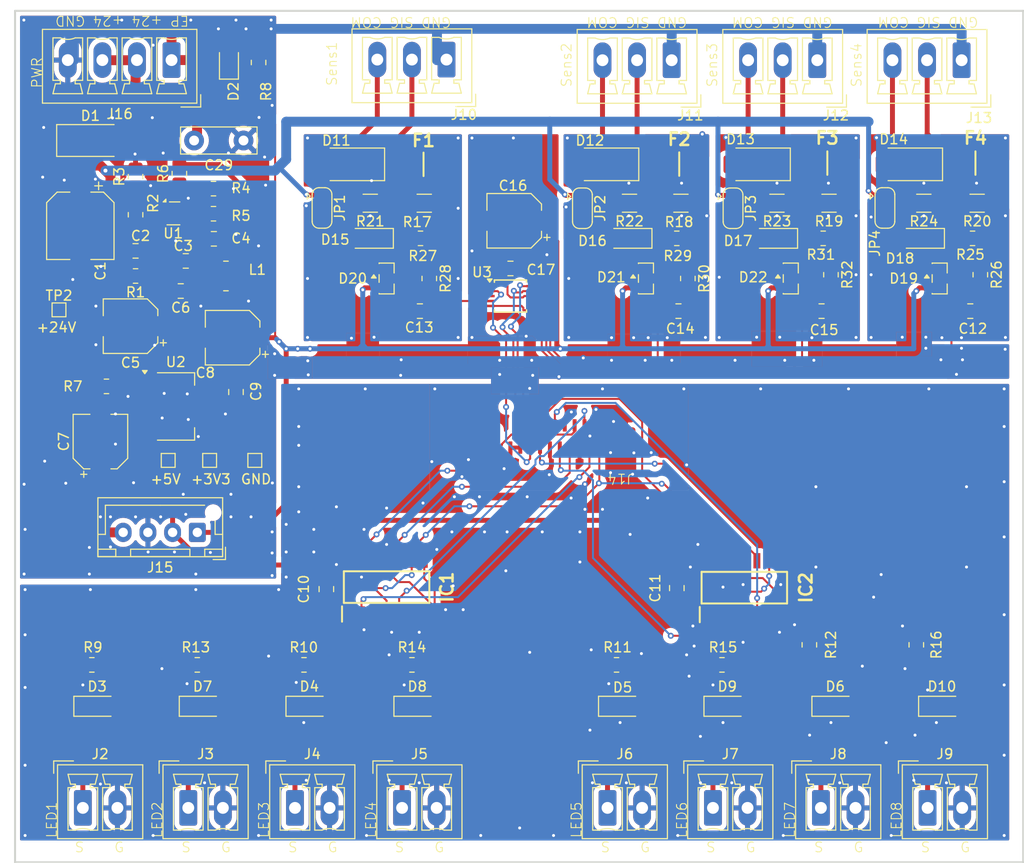
<source format=kicad_pcb>
(kicad_pcb (version 20241229) (generator "pcbnew") (generator_version "9.0")
  (layers (0 "F.Cu" signal) (2 "B.Cu" signal) (13 "F.Paste" user) (15 "B.Paste" user) (5 "F.SilkS" user "F.Silkscreen") (7 "B.SilkS" user "B.Silkscreen") (1 "F.Mask" user) (3 "B.Mask" user) (25 "Edge.Cuts" user))
  (net 0 "")
  (net 1 "GND")
  (net 2 "Net-(U1-SS)")
  (net 3 "Net-(C4-Pad1)")
  (net 4 "Net-(U1-SW)")
  (net 5 "+5V")
  (net 6 "+3V3")
  (net 7 "+24V")
  (net 8 "Net-(D2-A)")
  (net 9 "Net-(U1-EN)")
  (net 10 "Net-(U1-FB)")
  (net 11 "Net-(U1-BST)")
  (net 13 "/LED Chain/LED_OUT.1")
  (net 14 "/LED Chain/LED_OUT.3")
  (net 15 "/LED Chain/LED_OUT.5")
  (net 16 "/LED Chain/LED_OUT.2")
  (net 17 "/LED Chain/LED_OUT.4")
  (net 18 "/LED Chain/LED_OUT.6")
  (net 19 "Net-(D11-A1)")
  (net 20 "Net-(D11-A2)")
  (net 21 "Net-(D12-A2)")
  (net 22 "Net-(D12-A1)")
  (net 23 "/LED Chain/LED_5V.1")
  (net 24 "/LED Chain/LED_5V.3")
  (net 25 "/LED Chain/LED_5V.5")
  (net 26 "/LED Chain/LED_5V.2")
  (net 27 "/LED Chain/LED_5V.4")
  (net 28 "/LED Chain/LED_5V.6")
  (net 29 "Earth_Protective")
  (net 30 "Net-(D20-COM)")
  (net 31 "Net-(D16-K)")
  (net 32 "Net-(F1-Pad2)")
  (net 33 "Net-(F2-Pad2)")
  (net 34 "Net-(F3-Pad2)")
  (net 35 "Net-(F4-Pad2)")
  (net 36 "Net-(D19-COM)")
  (net 37 "Net-(D15-K)")
  (net 38 "/Power/VIN")
  (net 39 "/ADC.SDA")
  (net 40 "/ADC.RDY")
  (net 41 "/ADC.SCL")
  (net 42 "/LED Chain/LED_OUT.7")
  (net 43 "/LED Chain/LED_5V.7")
  (net 44 "/LED Chain/LED_5V.8")
  (net 45 "/LED Chain/LED_OUT.8")
  (net 46 "/LED.Ena1")
  (net 47 "/LED.Ena5")
  (net 48 "/LED.Data")
  (net 49 "/LED.Ena6")
  (net 50 "/LED.Ena7")
  (net 51 "/LED.Ena2")
  (net 52 "/LED.Ena4")
  (net 53 "/LED.Ena3")
  (net 54 "/LED.Ena8")
  (net 55 "Net-(D21-COM)")
  (net 56 "Net-(D22-COM)")
  (net 57 "Net-(D13-A2)")
  (net 58 "Net-(D13-A1)")
  (net 59 "Net-(D14-A1)")
  (net 60 "Net-(D14-A2)")
  (net 61 "Net-(D17-K)")
  (net 62 "Net-(D18-K)")
  (footprint "Connector_Phoenix_MC:PhoenixContact_MCV_1,5_2-G-3.5_1x02_P3.50mm_Vertical" (layer "F.Cu") (at 206.629 126.492)
    (property "Reference" "J9")
    (property "Value" "Conn_01x02")
  )
  (footprint "Capacitor_SMD:C_0805_2012Metric" (layer "F.Cu") (at 136.652 84.394 90)
    (property "Reference" "C9")
    (property "Value" "0.1")
  )
  (footprint "Resistor_SMD:R_0805_2012Metric" (layer "F.Cu") (at 182.372 72.898 -90)
    (property "Reference" "R30")
    (property "Value" "115k")
  )
  (footprint "Resistor_SMD:R_0805_2012Metric" (layer "F.Cu") (at 156.21 72.898 -90)
    (property "Reference" "R28")
    (property "Value" "115k")
  )
  (footprint "Resistor_SMD:R_0805_2012Metric" (layer "F.Cu") (at 134.3765 66.341)
    (property "Reference" "R5")
    (property "Value" "4.7")
  )
  (footprint "Connector_JST:JST_XH_B4B-XH-AM_1x04_P2.50mm_Vertical" (layer "F.Cu") (at 132.7404 98.6028 180)
    (property "Reference" "J15")
    (property "Value" "Conn_01x04")
  )
  (footprint "Resistor_SMD:R_0805_2012Metric" (layer "F.Cu") (at 211.963 72.517 -90)
    (property "Reference" "R26")
    (property "Value" "115k")
  )
  (footprint "Package_TO_SOT_SMD:SOT-23" (layer "F.Cu") (at 151.892 72.898)
    (property "Reference" "D20")
    (property "Value" "BAT54S")
  )
  (footprint "Diode_SMD:D_SMF" (layer "F.Cu") (at 197.284 116.205)
    (property "Reference" "D6")
    (property "Value" "SMF5V0A")
  )
  (footprint "Resistor_SMD:R_0805_2012Metric" (layer "F.Cu") (at 130.924 62.277 90)
    (property "Reference" "R6")
    (property "Value" "53.6k")
  )
  (footprint "Resistor_SMD:R_0805_2012Metric" (layer "F.Cu") (at 126.492 66.4445 90)
    (property "Reference" "R2")
    (property "Value" "365k")
  )
  (footprint "Capacitor_SMD:C_0805_2012Metric" (layer "F.Cu") (at 131.064 74.168 180)
    (property "Reference" "C6")
    (property "Value" "0.1")
  )
  (footprint "Capacitor_SMD:CP_Elec_5x5.4" (layer "F.Cu") (at 125.984 77.724 180)
    (property "Reference" "C5")
    (property "Value" "47u 10V")
  )
  (footprint "ProjLibrary:FUSC3226X110N" (layer "F.Cu") (at 155.6286 61.341)
    (property "Reference" "F1")
    (property "Value" "MF-USMF005-2" (hide yes))
  )
  (footprint "Resistor_SMD:R_0805_2012Metric" (layer "F.Cu") (at 134.3765 63.801)
    (property "Reference" "R4")
    (property "Value" "10k")
  )
  (footprint "Capacitor_THT:C_Disc_D7.5mm_W2.5mm_P5.00mm" (layer "F.Cu") (at 137.414 58.928 180)
    (property "Reference" "C29")
    (property "Value" "1n 2kV")
  )
  (footprint "LED_SMD:LED_0805_2012Metric" (layer "F.Cu") (at 135.9408 51.0286 90)
    (property "Reference" "D2")
    (property "Value" "LED")
  )
  (footprint "Connector_Phoenix_MC:PhoenixContact_MCV_1,5_2-G-3.5_1x02_P3.50mm_Vertical" (layer "F.Cu") (at 131.826 126.492)
    (property "Reference" "J3")
    (property "Value" "Conn_01x02")
  )
  (footprint "ProjLibrary:SOIC127P600X175-14N" (layer "F.Cu") (at 151.892 104.14 90)
    (property "Reference" "IC1")
    (property "Value" "74HCT08D,653" (hide yes))
  )
  (footprint "Package_TO_SOT_SMD:SOT-23" (layer "F.Cu") (at 192.786 72.898)
    (property "Reference" "D22")
    (property "Value" "BAT54S")
  )
  (footprint "Diode_SMD:D_SMF" (layer "F.Cu") (at 154.993 116.205)
    (property "Reference" "D8")
    (property "Value" "SMF5V0A")
  )
  (footprint "Resistor_SMD:R_0805_2012Metric" (layer "F.Cu") (at 132.7385 112.014 180)
    (property "Reference" "R13")
    (property "Value" "200")
  )
  (footprint "Diode_SMD:D_SMA" (layer "F.Cu") (at 148.177 61.341 180)
    (property "Reference" "D11")
    (property "Value" "SMAJ30CA")
  )
  (footprint "Resistor_SMD:R_0805_2012Metric" (layer "F.Cu") (at 155.321 68.834)
    (property "Reference" "R27")
    (property "Value" "1к")
  )
  (footprint "ProjLibrary:FUSC3226X110N" (layer "F.Cu") (at 211.471 61.214)
    (property "Reference" "F4")
    (property "Value" "MF-USMF005-2" (hide yes))
  )
  (footprint "Diode_SMD:D_SMF" (layer "F.Cu") (at 186.362 116.205)
    (property "Reference" "D9")
    (property "Value" "SMF5V0A")
  )
  (footprint "Capacitor_SMD:C_0805_2012Metric" (layer "F.Cu") (at 181.2544 104.2416 -90)
    (property "Reference" "C11")
    (property "Value" "0.1")
  )
  (footprint "Connector_Phoenix_MC:PhoenixContact_MCV_1,5_3-G-3.5_1x03_P3.50mm_Vertical" (layer "F.Cu") (at 210.073 50.8 180)
    (property "Reference" "J13")
    (property "Value" "Conn_01x02")
  )
  (footprint "Resistor_SMD:R_1206_3216Metric" (layer "F.Cu") (at 176.4685 65.278 180)
    (property "Reference" "R22")
    (property "Value" "165")
  )
  (footprint "Resistor_SMD:R_0805_2012Metric" (layer "F.Cu") (at 196.0645 68.834)
    (property "Reference" "R31")
    (property "Value" "1к")
  )
  (footprint "Capacitor_SMD:CP_Elec_6.3x5.4" (layer "F.Cu") (at 120.904 67.564 -90)
    (property "Reference" "C1")
    (property "Value" "47u 35V")
  )
  (footprint "Resistor_SMD:R_1206_3216Metric" (layer "F.Cu") (at 191.389 65.278 180)
    (property "Reference" "R23")
    (property "Value" "165")
  )
  (footprint "Diode_SMD:D_MELF" (layer "F.Cu") (at 121.92 58.928)
    (property "Reference" "D1")
    (property "Value" "SM4003")
  )
  (footprint "Resistor_SMD:R_1206_3216Metric" (layer "F.Cu") (at 211.6435 65.278 180)
    (property "Reference" "R20")
    (property "Value" "100")
  )
  (footprint "TestPoint:TestPoint_Pad_1.0x1.0mm" (layer "F.Cu") (at 133.985 91.313)
    (property "Reference" "TP4" (hide yes))
    (property "Value" "+3V3")
  )
  (footprint "Jumper:SolderJumper-3_P1.3mm_Bridged12_RoundedPad1.0x1.5mm" (layer "F.Cu") (at 186.944 65.786 -90)
    (property "Reference" "JP3")
    (property "Value" "SolderJumper_3_Bridged12")
  )
  (footprint "Connector_Phoenix_MC:PhoenixContact_MCV_1,5_3-G-3.5_1x03_P3.50mm_Vertical" (layer "F.Cu") (at 180.736 50.8 180)
    (property "Reference" "J11")
    (property "Value" "Conn_01x02")
  )
  (footprint "Diode_SMD:D_SOD-123F" (layer "F.Cu") (at 176.53 68.834 180)
    (property "Reference" "D16")
    (property "Value" "BZT52C3V6")
  )
  (footprint "Package_TO_SOT_SMD:SOT-23" (layer "F.Cu") (at 178.1325 72.898)
    (property "Reference" "D21")
    (property "Value" "BAT54S")
  )
  (footprint "Resistor_SMD:R_0805_2012Metric" (layer "F.Cu") (at 143.5335 112.014 180)
    (property "Reference" "R10")
    (property "Value" "200")
  )
  (footprint "Resistor_SMD:R_0805_2012Metric" (layer "F.Cu") (at 205.486 109.9839 -90)
    (property "Reference" "R16")
    (property "Value" "200")
  )
  (footprint "Diode_SMD:D_SMF" (layer "F.Cu") (at 144.071 116.205)
    (property "Reference" "D4")
    (property "Value" "SMF5V0A")
  )
  (footprint "Connector_Phoenix_MC:PhoenixContact_MCV_1,5_3-G-3.5_1x03_P3.50mm_Vertical" (layer "F.Cu") (at 157.951771 50.737394 180)
    (property "Reference" "J10")
    (property "Value" "Conn_01x02")
  )
  (footprint "Resistor_SMD:R_1206_3216Metric" (layer "F.Cu") (at 181.6715 65.278 180)
    (property "Reference" "R18")
    (property "Value" "100")
  )
  (footprint "Resistor_SMD:R_0805_2012Metric" (layer "F.Cu") (at 196.85 72.517 -90)
    (property "Reference" "R32")
    (property "Value" "115k")
  )
  (footprint "Capacitor_SMD:CP_Elec_5x5.4" (layer "F.Cu") (at 122.936 89.408 90)
    (property "Reference" "C7")
    (property "Value" "47u 10V")
  )
  (footprint "Capacitor_SMD:C_0805_2012Metric" (layer "F.Cu") (at 210.947 76.2)
    (property "Reference" "C12")
    (property "Value" "0.1u")
  )
  (footprint "Diode_SMD:D_SMF" (layer "F.Cu") (at 175.694 116.205)
    (property "Reference" "D5")
    (property "Value" "SMF5V0A")
  )
  (footprint "Resistor_SMD:R_0805_2012Metric" (layer "F.Cu") (at 175.1565 112.014 180)
    (property "Reference" "R11")
    (property "Value" "200")
  )
  (footprint "ProjLibrary:IND_VLS3012HBX-6R8M-N" (layer "F.Cu") (at 135.636 72.644)
    (property "Reference" "L1")
    (property "Value" "VLS3012HBX-6R8M-N")
  )
  (footprint "Package_SO:TSSOP-10_3x3mm_P0.5mm" (layer "F.Cu") (at 164.424 74.676)
    (property "Reference" "U3")
    (property "Value" "ADS1115IDGS")
  )
  (footprint "Resistor_SMD:R_0805_2012Metric" (layer "F.Cu") (at 211.1775 68.834)
    (property "Reference" "R25")
    (property "Value" "1к")
  )
  (footprint "Jumper:SolderJumper-3_P1.3mm_Bridged12_RoundedPad1.0x1.5mm" (layer "F.Cu") (at 202.311 65.756 -90)
    (property "Reference" "JP4")
    (property "Value" "SolderJumper_3_Bridged12")
  )
  (footprint "Resistor_SMD:R_0805_2012Metric" (layer "F.Cu") (at 126.492 62.5875 90)
    (property "Reference" "R3")
    (property "Value" "60.4k")
  )
  (footprint "TestPoint:TestPoint_Pad_1.0x1.0mm" (layer "F.Cu") (at 118.745 76.073)
    (property "Reference" "TP2")
    (property "Value" "+24V")
  )
  (footprint "Connector_Phoenix_MC:PhoenixContact_MCV_1,5_2-G-3.5_1x02_P3.50mm_Vertical" (layer "F.Cu") (at 184.912 126.492)
    (property "Reference" "J7")
    (property "Value" "Conn_01x02")
  )
  (footprint "Connector_Phoenix_MC:PhoenixContact_MCV_1,5_2-G-3.5_1x02_P3.50mm_Vertical" (layer "F.Cu") (at 174.244 126.492)
    (property "Reference" "J6")
    (property "Value" "Conn_01x02")
  )
  (footprint "TestPoint:TestPoint_Pad_1.0x1.0mm" (layer "F.Cu") (at 129.794 91.313)
    (property "Reference" "TP3" (hide yes))
    (property "Value" "+5V")
  )
  (footprint "ProjLibrary:FUSC3226X110N" (layer "F.Cu") (at 196.485 61.214)
    (property "Reference" "F3")
    (property "Value" "MF-USMF005-2" (hide yes))
  )
  (footprint "Capacitor_SMD:C_0805_2012Metric" (layer "F.Cu") (at 155.26 76.2)
    (property "Reference" "C13")
    (property "Value" "0.1u")
  )
  (footprint "Resistor_SMD:R_1206_3216Metric" (layer "F.Cu") (at 196.6575 65.278 180)
    (property "Reference" "R19")
    (property "Value" "100")
  )
  (footprint "ProjLibrary:FPC0520A1-20PVSZS1" (layer "F.Cu") (at 169.1652 88.8676 180)
    (property "Reference" "J14")
    (property "Value" "Conn_01x18")
  )
  (footprint "Capacitor_SMD:C_0805_2012Metric" (layer "F.Cu") (at 131.572 71.12 180)
    (property "Reference" "C3")
    (property "Value" "0.047")
  )
  (footprint "Resistor_SMD:R_0805_2012Metric" (layer "F.Cu") (at 122.0705 112.014 180)
    (property "Reference" "R9")
    (property "Value" "200")
  )
  (footprint "Jumper:SolderJumper-3_P1.3mm_Bridged12_RoundedPad1.0x1.5mm" (layer "F.Cu") (at 145.3576 65.756 -90)
    (property "Reference" "JP1")
    (property "Value" "SolderJumper_3_Bridged12")
  )
  (footprint "Diode_SMD:D_SOD-123F" (layer "F.Cu") (at 206.121 68.834 180)
    (property "Reference" "D18")
    (property "Value" "BZT52C3V6")
  )
  (footprint "Resistor_SMD:R_1206_3216Metric" (layer "F.Cu") (at 206.248 65.278 180)
    (property "Reference" "R24")
    (property "Value" "165")
  )
  (footprint "Package_TO_SOT_SMD:SOT-583-8" (layer "F.Cu") (at 130.324 66.306)
    (property "Reference" "U1")
    (property "Value" "TPS62933")
  )
  (footprint "Resistor_SMD:R_1206_3216Metric" (layer "F.Cu") (at 150.241 65.278 180)
    (property "Reference" "R21")
    (property "Value" "165")
  )
  (footprint "Resistor_SMD:R_0805_2012Metric" (layer "F.Cu") (at 126.492 72.644 180)
    (property "Reference" "R1")
    (property "Value" "10k")
  )
  (footprint "Diode_SMD:D_SOD-123F" (layer "F.Cu") (at 150.365 68.834 180)
    (property "Reference" "D15")
    (property "Value" "BZT52C3V6")
  )
  (footprint "Diode_SMD:D_SOD-123F" (layer "F.Cu") (at 191.262 68.834 180)
    (property "Reference" "D17")
    (property "Value" "BZT52C3V6")
  )
  (footprint "Capacitor_SMD:C_0805_2012Metric" (layer "F.Cu") (at 181.422 76.2)
    (property "Reference" "C14")
    (property "Value" "0.1u")
  )
  (footprint "Diode_SMD:D_SMA" (layer "F.Cu") (at 204.629 61.341 180)
    (property "Reference" "D14")
    (property "Value" "SMAJ30CA")
  )
  (footprint "Package_TO_SOT_SMD:SOT-223-3_TabPin2" (layer "F.Cu") (at 130.556 85.852)
    (property "Reference" "U2")
    (property "Value" "AMS1117-3.3")
  )
  (footprint "Diode_SMD:D_SMA" (layer "F.Cu") (at 173.895 61.341 180)
    (property "Reference" "D12")
    (property "Value" "SMAJ30CA")
  )
  (footprint "Diode_SMD:D_SMF" (layer "F.Cu") (at 122.608 116.205)
    (property "Reference" "D3")
    (property "Value" "SMF5V0A")
  )
  (footprint "Jumper:SolderJumper-3_P1.3mm_Bridged12_RoundedPad1.0x1.5mm" (layer "F.Cu") (at 171.704 65.786 -90)
    (property "Reference" "JP2")
    (property "Value" "SolderJumper_3_Bridged12")
  )
  (footprint "Connector_Phoenix_MC:PhoenixContact_MCV_1,5_4-G-3.5_1x04_P3.50mm_Vertical" (layer "F.Cu") (at 130.132525 50.787073 180)
    (property "Reference" "J16")
    (property "Value" "Conn_01x04")
  )
  (footprint "Capacitor_SMD:CP_Elec_5x5.4" (layer "F.Cu") (at 164.805 67.056 180)
    (property "Reference" "C16")
    (property "Value" "47u 10V")
  )
  (footprint "Connector_Phoenix_MC:PhoenixContact_MCV_1,5_2-G-3.5_1x02_P3.50mm_Vertical" (layer "F.Cu") (at 121.158 126.492)
    (property "Reference" "J2")
    (property "Value" "Conn_01x02")
  )
  (footprint "Connector_Phoenix_MC:PhoenixContact_MCV_1,5_2-G-3.5_1x02_P3.50mm_Vertical" (layer "F.Cu") (at 195.834 126.492)
    (property "Reference" "J8")
    (property "Value" "Conn_01x02")
  )
  (footprint "Resistor_SMD:R_0805_2012Metric" (layer "F.Cu") (at 181.2525 68.834)
    (property "Reference" "R29")
    (property "Value" "1к")
  )
  (footprint "Diode_SMD:D_SMF" (layer "F.Cu") (at 133.276 116.205)
    (property "Reference" "D7")
    (property "Value" "SMF5V0A")
  )
  (footprint "Resistor_SMD:R_0805_2012Metric" (layer "F.Cu") (at 154.4555 112.014 180)
    (property "Reference" "R14")
    (property "Value" "200")
  )
  (footprint "Resistor_SMD:R_0805_2012Metric" (layer "F.Cu") (at 185.8245 112.014 180)
    (property "Reference" "R15")
    (property "Value" "200")
  )
  (footprint "TestPoint:TestPoint_Pad_1.0x1.0mm" (layer "F.Cu") (at 138.557 91.313)
    (property "Reference" "TP1" (hide yes))
    (property "Value" "GND")
  )
  (footprint "Diode_SMD:D_SMA" (layer "F.Cu") (at 189.23 61.341 180)
    (property "Reference" "D13")
    (property "Value" "SMAJ30CA")
  )
  (footprint "Capacitor_SMD:C_0805_2012Metric" (layer "F.Cu") (at 195.9 76.2)
    (property "Reference" "C15")
    (property "Value" "0.1u")
  )
  (footprint "Capacitor_SMD:C_0805_2012Metric" (layer "F.Cu") (at 126.492 70.104 180)
    (property "Reference" "C2")
    (property "Value" "0.1")
  )
  (footprint "Capacitor_SMD:C_0805_2012Metric" (layer "F.Cu") (at 134.414 68.881 180)
    (property "Reference" "C4")
    (property "Value" "0.1")
  )
  (footprint "Resistor_SMD:R_0805_2012Metric" (layer "F.Cu") (at 138.938 51.0305 90)
    (property "Reference" "R8")
    (property "Value" "330")
  )
  (footprint "Resistor_SMD:R_1206_3216Metric" (layer "F.Cu") (at 155.702 65.278 180)
    (property "Reference" "R17")
    (property "Value" "100")
  )
  (footprint "Connector_Phoenix_MC:PhoenixContact_MCV_1,5_2-G-3.5_1x02_P3.50mm_Vertical" (layer "F.Cu") (at 142.621 126.492)
    (property "Reference" "J4")
    (property "Value" "Conn_01x02")
  )
  (footprint "Resistor_SMD:R_0805_2012Metric" (layer "F.Cu") (at 123.5475 83.82 180)
    (property "Reference" "R7")
    (property "Value" "10k")
  )
  (footprint "Capacitor_SMD:CP_Elec_5x5.4" (layer "F.Cu") (at 136.312 78.891 180)
    (property "Reference" "C8")
    (property "Value" "47u 10V")
  )
  (footprint "Capacitor_SMD:C_0805_2012Metric" (layer "F.Cu") (at 145.796 104.3432 -90)
    (property "Reference" "C10")
    (property "Value" "0.1")
  )
  (footprint "Capacitor_SMD:C_0805_2012Metric" (layer "F.Cu") (at 164.424 71.882 180)
    (property "Reference" "C17")
    (property "Value" "0.1u")
  )
  (footprint "Connector_Phoenix_MC:PhoenixContact_MCV_1,5_2-G-3.5_1x02_P3.50mm_Vertical" (layer "F.Cu") (at 153.458333 126.492)
    (property "Reference" "J5")
    (property "Value" "Conn_01x02")
  )
  (footprint "Resistor_SMD:R_0805_2012Metric" (layer "F.Cu") (at 194.6656 109.9839 -90)
    (property "Reference" "R12")
    (property "Value" "200")
  )
  (footprint "Connector_Phoenix_MC:PhoenixContact_MCV_1,5_3-G-3.5_1x03_P3.50mm_Vertical" (layer "F.Cu") (at 195.468 50.8 180)
    (property "Reference" "J12")
    (property "Value" "Conn_01x02")
  )
  (footprint "Package_TO_SOT_SMD:SOT-23" (layer "F.Cu") (at 207.8505 72.898)
    (property "Reference" "D19")
    (property "Value" "BAT54S")
  )
  (footprint "Diode_SMD:D_SMF" (layer "F.Cu") (at 208.079 116.205)
    (property "Reference" "D10")
    (property "Value" "SMF5V0A")
  )
  (footprint "ProjLibrary:SOIC127P600X175-14N" (layer "F.Cu") (at 188.087 104.198 90)
    (property "Reference" "IC2")
    (property "Value" "74HCT08D,653" (hide yes))
  )
  (footprint "ProjLibrary:FUSC3226X110N" (layer "F.Cu") (at 181.499 61.3156)
    (property "Reference" "F2")
    (property "Value" "MF-USMF005-2" (hide yes))
  )
  (gr_line (start 216.3 132) (end 216.3 45.8) (stroke (width 0.2)) (layer "Edge.Cuts"))
  (gr_line (start 114.3 132) (end 216.3 132) (stroke (width 0.2)) (layer "Edge.Cuts"))
  (gr_line (start 114.3 45.8) (end 114.3 132) (stroke (width 0.2)) (layer "Edge.Cuts"))
  (gr_line (start 216.3 45.8) (end 114.3 45.8) (stroke (width 0.2)) (layer "Edge.Cuts"))
  (gr_text "GND SIG COM" (at 182.372 46.355 180) (layer "F.SilkS") (effects (font (size 1 1) (thickness 0.1)) (justify left bottom)))
  (gr_text "S    G" (at 184.15 131.064 0) (layer "F.SilkS") (effects (font (size 1 1) (thickness 0.1)) (justify left bottom)))
  (gr_text "Sens4" (at 200.025 53.594 90) (layer "F.SilkS") (effects (font (size 1 1) (thickness 0.1)) (justify left bottom)))
  (gr_text "LED1" (at 118.598 129.602 90) (layer "F.SilkS") (effects (font (size 1 1) (thickness 0.1)) (justify left bottom)))
  (gr_text "Sens2" (at 170.682488 53.591244 90) (layer "F.SilkS") (effects (font (size 1 1) (thickness 0.1)) (justify left bottom)))
  (gr_text "S    G" (at 152.654 131.064 0) (layer "F.SilkS") (effects (font (size 1 1) (thickness 0.1)) (justify left bottom)))
  (gr_text "S    G" (at 205.867 131.064 0) (layer "F.SilkS") (effects (font (size 1 1) (thickness 0.1)) (justify left bottom)))
  (gr_text "Sens1" (at 146.939 53.467 90) (layer "F.SilkS") (effects (font (size 1 1) (thickness 0.1)) (justify left bottom)))
  (gr_text "Sens3" (at 185.42 53.594 90) (layer "F.SilkS") (effects (font (size 1 1) (thickness 0.1)) (justify left bottom)))
  (gr_text "LED7" (at 193.274 129.602 90) (layer "F.SilkS") (effects (font (size 1 1) (thickness 0.1)) (justify left bottom)))
  (gr_text "S    G" (at 131.064 131.064 0) (layer "F.SilkS") (effects (font (size 1 1) (thickness 0.1)) (justify left bottom)))
  (gr_text "S    G" (at 120.269 131.064 0) (layer "F.SilkS") (effects (font (size 1 1) (thickness 0.1)) (justify left bottom)))
  (gr_text "LED2" (at 129.266 129.602 90) (layer "F.SilkS") (effects (font (size 1 1) (thickness 0.1)) (justify left bottom)))
  (gr_text "LED6" (at 182.352 129.602 90) (layer "F.SilkS") (effects (font (size 1 1) (thickness 0.1)) (justify left bottom)))
  (gr_text "GND SIG COM" (at 197.085896 46.353989 180) (layer "F.SilkS") (effects (font (size 1 1) (thickness 0.1)) (justify left bottom)))
  (gr_text "LED5" (at 171.684 129.602 90) (layer "F.SilkS") (effects (font (size 1 1) (thickness 0.1)) (justify left bottom)))
  (gr_text "PWR" (at 117.094 53.7 90) (layer "F.SilkS") (effects (font (size 1 1) (thickness 0.1)) (justify left bottom)))
  (gr_text "S    G" (at 141.859 131.064 0) (layer "F.SilkS") (effects (font (size 1 1) (thickness 0.1)) (justify left bottom)))
  (gr_text "S    G" (at 173.482 131.064 0) (layer "F.SilkS") (effects (font (size 1 1) (thickness 0.1)) (justify left bottom)))
  (gr_text "GND SIG COM" (at 211.828197 46.34006 180) (layer "F.SilkS") (effects (font (size 1 1) (thickness 0.1)) (justify left bottom)))
  (gr_text "LED8" (at 204.069 129.602 90) (layer "F.SilkS") (effects (font (size 1 1) (thickness 0.1)) (justify left bottom)))
  (gr_text "EP +24 +24 GND" (at 131.953 46.228 180) (layer "F.SilkS") (effects (font (size 1 1) (thickness 0.1)) (justify left bottom)))
  (gr_text "LED3" (at 140.061 129.602 90) (layer "F.SilkS") (effects (font (size 1 1) (thickness 0.1)) (justify left bottom)))
  (gr_text "LED4" (at 150.898333 129.602 90) (layer "F.SilkS") (effects (font (size 1 1) (thickness 0.1)) (justify left bottom)))
  (gr_text "GND SIG COM" (at 158.496 46.355 180) (layer "F.SilkS") (effects (font (size 1 1) (thickness 0.1)) (justify left bottom)))
  (gr_text "S    G" (at 195.072 131.064 0) (layer "F.SilkS") (effects (font (size 1 1) (thickness 0.1)) (justify left bottom)))
  (segment (start 156.958333 118.123667) (end 157.6324 117.4496) (width 0.5) (layer "F.Cu") (net 1))
  (segment (start 162.274 73.676) (end 161.5092 73.676) (width 0.2) (layer "F.Cu") (net 1))
  (segment (start 135.326 118.0136) (end 135.89 117.4496) (width 0.5) (layer "F.Cu") (net 1))
  (segment (start 199.334 118.0136) (end 199.898 117.4496) (width 0.5) (layer "F.Cu") (net 1))
  (segment (start 157.6324 116.5352) (end 157.3022 116.205) (width 0.5) (layer "F.Cu") (net 1))
  (segment (start 162.605 71.714) (end 162.605 67.056) (width 0.2) (layer "F.Cu") (net 1))
  (segment (start 146.7104 116.2304) (end 146.4564 116.2304) (width 0.5) (layer "F.Cu") (net 1))
  (segment (start 123.952 72.644) (end 125.5795 72.644) (width 1) (layer "F.Cu") (net 1))
  (segment (start 127.7404 95.0252) (end 126.2888 93.5736) (width 0.5) (layer "F.Cu") (net 1))
  (segment (start 136.3942 63.801) (end 136.398 63.8048) (width 0.25) (layer "F.Cu") (net 1))
  (segment (start 146.121 126.492) (end 146.121 118.039) (width 0.5) (layer "F.Cu") (net 1))
  (segment (start 146.7104 117.4496) (end 146.7104 116.2304) (width 0.5) (layer "F.Cu") (net 1))
  (segment (start 177.744 118.0136) (end 178.308 117.4496) (width 0.5) (layer "F.Cu") (net 1))
  (segment (start 127.7404 98.6028) (end 127.7404 95.0252) (width 0.5) (layer "F.Cu") (net 1))
  (segment (start 199.898 117.4496) (end 199.898 116.4336) (width 0.5) (layer "F.Cu") (net 1))
  (segment (start 210.439 116.205) (end 209.529 116.205) (width 0.5) (layer "F.Cu") (net 1))
  (segment (start 188.976 117.5004) (end 188.976 116.2304) (width 0.5) (layer "F.Cu") (net 1))
  (segment (start 199.6694 116.205) (end 198.734 116.205) (width 0.5) (layer "F.Cu") (net 1))
  (segment (start 188.8236 116.2304) (end 188.7982 116.205) (width 0.5) (layer "F.Cu") (net 1))
  (segment (start 210.4644 116.2304) (end 210.439 116.205) (width 0.5) (layer "F.Cu") (net 1))
  (segment (start 161.423 74.602) (end 161.423 73.75) (width 0.2) (layer "F.Cu") (net 1))
  (segment (start 161.423 73.75) (end 161.423 72.896) (width 0.2) (layer "F.Cu") (net 1))
  (segment (start 135.89 116.4336) (end 135.6614 116.205) (width 0.5) (layer "F.Cu") (net 1))
  (segment (start 135.89 117.4496) (end 135.89 116.4336) (width 0.5) (layer "F.Cu") (net 1))
  (segment (start 171.3992 90.0016) (end 171.3992 89.0524) (width 0.2) (layer "F.Cu") (net 1))
  (segment (start 188.7982 116.205) (end 187.812 116.205) (width 0.5) (layer "F.Cu") (net 1))
  (segment (start 199.334 126.492) (end 199.334 118.0136) (width 0.5) (layer "F.Cu") (net 1))
  (segment (start 161.5092 73.676) (end 161.5031 73.6699) (width 0.2) (layer "F.Cu") (net 1))
  (segment (start 161.423 72.896) (end 162.605 71.714) (width 0.2) (layer "F.Cu") (net 1))
  (segment (start 129.584 67.056) (end 129.584 67.608) (width 0.25) (layer "F.Cu") (net 1))
  (segment (start 178.308 116.332) (end 178.181 116.205) (width 0.5) (layer "F.Cu") (net 1))
  (segment (start 135.6614 116.205) (end 134.726 116.205) (width 0.5) (layer "F.Cu") (net 1))
  (segment (start 146.4564 116.2304) (end 146.431 116.205) (width 0.5) (layer "F.Cu") (net 1))
  (segment (start 146.431 116.205) (end 145.521 116.205) (width 0.5) (layer "F.Cu") (net 1))
  (segment (start 161.423 73.75) (end 161.5031 73.6699) (width 0.2) (layer "F.Cu") (net 1))
  (segment (start 157.3022 116.205) (end 156.443 116.205) (width 0.5) (layer "F.Cu") (net 1))
  (segment (start 162.274 74.676) (end 161.497 74.676) (width 0.2) (layer "F.Cu") (net 1))
  (segment (start 199.898 116.4336) (end 199.6694 116.205) (width 0.5) (layer "F.Cu") (net 1))
  (segment (start 168.4152 90.0176) (end 168.4152 92.6968) (width 0.2) (layer "F.Cu") (net 1))
  (segment (start 156.958333 126.492) (end 156.958333 118.123667) (width 0.5) (layer "F.Cu") (net 1))
  (segment (start 125.222 117.4496) (end 125.222 116.4844) (width 0.5) (layer "F.Cu") (net 1))
  (segment (start 157.6324 117.4496) (end 157.6324 116.5352) (width 0.5) (layer "F.Cu") (net 1))
  (segment (start 163.474 71.882) (end 162.773 71.882) (width 0.2) (layer "F.Cu") (net 1))
  (segment (start 178.308 117.4496) (end 178.308 116.332) (width 0.5) (layer "F.Cu") (net 1))
  (segment (start 135.326 126.492) (end 135.326 118.0136) (width 0.5) (layer "F.Cu") (net 1))
  (segment (start 172.9152 88.392599) (end 172.9152 87.7676) (width 0.2) (layer "F.Cu") (net 1))
  (segment (start 129.584 67.608) (end 130.556 68.58) (width 0.25) (layer "F.Cu") (net 1))
  (segment (start 124.658 126.492) (end 124.658 118.0136) (width 0.5) (layer "F.Cu") (net 1))
  (segment (start 168.4152 92.6968) (end 168.3512 92.7608) (width 0.2) (layer "F.Cu") (net 1))
  (segment (start 124.658 118.0136) (end 125.222 117.4496) (width 0.5) (layer "F.Cu") (net 1))
  (segment (start 125.222 116.4844) (end 124.9426 116.205) (width 0.5) (layer "F.Cu") (net 1))
  (segment (start 210.7184 117.3988) (end 210.7184 116.2304) (width 0.5) (layer "F.Cu") (net 1))
  (segment (start 171.3992 89.0524) (end 172.255399 89.0524) (width 0.2) (layer "F.Cu") (net 1))
  (segment (start 125.542 70.104) (end 123.952 70.104) (width 1) (layer "F.Cu") (net 1))
  (segment (start 177.744 126.492) (end 177.744 118.0136) (width 0.5) (layer "F.Cu") (net 1))
  (segment (start 162.773 71.882) (end 162.605 71.714) (width 0.2) (layer "F.Cu") (net 1))
  (segment (start 130.556 68.58) (end 130.556 69.088) (width 0.25) (layer "F.Cu") (net 1))
  (segment (start 210.129 126.492) (end 210.129 117.9882) (width 0.5) (layer "F.Cu") (net 1))
  (segment (start 146.121 118.039) (end 146.7104 117.4496) (width 0.5) (layer "F.Cu") (net 1))
  (segment (start 123.952 70.104) (end 123.952 72.644) (width 1) (layer "F.Cu") (net 1))
  (segment (start 161.497 74.676) (end 161.423 74.602) (width 0.2) (layer "F.Cu") (net 1))
  (segment (start 210.7184 116.2304) (end 210.4644 116.2304) (width 0.5) (layer "F.Cu") (net 1))
  (segment (start 178.181 116.205) (end 177.144 116.205) (width 0.5) (layer "F.Cu") (net 1))
  (segment (start 188.412 118.0644) (end 188.976 117.5004) (width 0.5) (layer "F.Cu") (net 1))
  (segment (start 124.9426 116.205) (end 124.058 116.205) (width 0.5) (layer "F.Cu") (net 1))
  (segment (start 188.976 116.2304) (end 188.8236 116.2304) (width 0.5) (layer "F.Cu") (net 1))
  (segment (start 135.289 63.801) (end 136.3942 63.801) (width 0.25) (layer "F.Cu") (net 1))
  (segment (start 210.129 117.9882) (end 210.7184 117.3988) (width 0.5) (layer "F.Cu") (net 1))
  (segment (start 188.412 126.492) (end 188.412 118.0644) (width 0.5) (layer "F.Cu") (net 1))
  (segment (start 172.462299 88.845499) (end 172.9152 88.392599) (width 0.2) (layer "F.Cu") (net 1))
  (segment (start 172.255399 89.0524) (end 172.462299 88.845499) (width 0.2) (layer "F.Cu") (net 1))
  (via (at 143.764 123.698) (size 0.6) (drill 0.3) (layers "F.Cu" "B.Cu") (net 1))
  (via (at 206.248 66.548) (size 0.6) (drill 0.3) (layers "F.Cu" "B.Cu") (net 1))
  (via (at 151.892 99.822) (size 0.6) (drill 0.3) (layers "F.Cu" "B.Cu") (net 1))
  (via (at 172.72 123.952) (size 0.6) (drill 0.3) (layers "F.Cu" "B.Cu") (net 1))
  (via (at 166.37 110.744) (size 0.6) (drill 0.3) (layers "F.Cu" "B.Cu") (net 1))
  (via (at 185.928 117.856) (size 0.6) (drill 0.3) (layers "F.Cu" "B.Cu") (net 1))
  (via (at 141.732 97.79) (size 0.6) (drill 0.3) (layers "F.Cu" "B.Cu") (net 1))
  (via (at 195.326 93.98) (size 0.6) (drill 0.3) (layers "F.Cu" "B.Cu") (net 1))
  (via (at 214.503 58.674) (size 0.6) (drill 0.3) (layers "F.Cu" "B.Cu") (net 1))
  (via (at 128.27 129.286) (size 0.6) (drill 0.3) (layers "F.Cu" "B.Cu") (net 1))
  (via (at 152.146 110.998) (size 0.6) (drill 0.3) (layers "F.Cu" "B.Cu") (net 1))
  (via (at 191.389 63.246) (size 0.6) (drill 0.3) (layers "F.Cu" "B.Cu") (net 1))
  (via (at 180.2892 78.8924) (size 0.6) (drill 0.3) (layers "F.Cu" "B.Cu") (net 1))
  (via (at 133.096 75.692) (size 0.6) (drill 0.3) (layers "F.Cu" "B.Cu") (net 1))
  (via (at 184.15 72.771) (size 0.6) (drill 0.3) (layers "F.Cu" "B.Cu") (net 1))
  (via (at 119.4308 93.6244) (size 0.6) (drill 0.3) (layers "F.Cu" "B.Cu") (net 1))
  (via (at 129.032 97.028) (size 0.6) (drill 0.3) (layers "F.Cu" "B.Cu") (net 1))
  (via (at 181.737 66.548) (size 0.6) (drill 0.3) (layers "F.Cu" "B.Cu") (net 1))
  (via (at 172.462299 88.845499) (size 0.6) (drill 0.3) (layers "F.Cu" "B.Cu") (net 1))
  (via (at 166.116 94.996) (size 0.6) (drill 0.3) (layers "F.Cu" "B.Cu") (net 1))
  (via (at 207.9752 81.1276) (size 0.6) (drill 0.3) (layers "F.Cu" "B.Cu") (net 1))
  (via (at 140.3096 102.9716) (size 0.6) (drill 0.3) (layers "F.Cu" "B.Cu") (net 1))
  (via (at 143.9672 82.6516) (size 0.6) (drill 0.3) (layers "F.Cu" "B.Cu") (net 1))
  (via (at 210.1596 81.1276) (size 0.6) (drill 0.3) (layers "F.Cu" "B.Cu") (net 1))
  (via (at 159.131 78.867) (size 0.6) (drill 0.3) (layers "F.Cu" "B.Cu") (net 1))
  (via (at 124.1552 56.642) (size 0.6) (drill 0.3) (layers "F.Cu" "B.Cu") (net 1))
  (via (at 210.058 79.9592) (size 0.6) (drill 0.3) (layers "F.Cu" "B.Cu") (net 1))
  (via (at 210.058 78.8924) (size 0.6) (drill 0.3) (layers "F.Cu" "B.Cu") (net 1))
  (via (at 149.86 129.286) (size 0.6) (drill 0.3) (layers "F.Cu" "B.Cu") (net 1))
  (via (at 160.528 58.674) (size 0.6) (drill 0.3) (layers "F.Cu" "B.Cu") (net 1))
  (via (at 161.29 94.996) (size 0.6) (drill 0.3) (layers "F.Cu" "B.Cu") (net 1))
  (via (at 115.316 129.286) (size 0.6) (drill 0.3) (layers "F.Cu" "B.Cu") (net 1))
  (via (at 184.277 66.548) (size 0.6) (drill 0.3) (layers "F.Cu" "B.Cu") (net 1))
  (via (at 156.464 91.44) (size 0.6) (drill 0.3) (layers "F.Cu" "B.Cu") (net 1))
  (via (at 132.08 46.736) (size 0.6) (drill 0.3) (layers "F.Cu" "B.Cu") (net 1))
  (via (at 138.98638 56.59362) (size 0.6) (drill 0.3) (layers "F.Cu" "B.Cu") (net 1))
  (via (at 166.37 84.0232) (size 0.6) (drill 0.3) (layers "F.Cu" "B.Cu") (net 1))
  (via (at 200.025 112.141) (size 0.6) (drill 0.3) (layers "F.Cu" "B.Cu") (net 1))
  (via (at 155.575 95.631) (size 0.6) (drill 0.3) (layers "F.Cu" "B.Cu") (net 1))
  (via (at 195.326 102.108) (size 0.6) (drill 0.3) (layers "F.Cu" "B.Cu") (net 1))
  (via (at 199.39 72.517) (size 0.6) (drill 0.3) (layers "F.Cu" "B.Cu") (net 1))
  (via (at 207.518 117.856) (size 0.6) (drill 0.3) (layers "F.Cu" "B.Cu") (net 1))
  (via (at 211.582 63.246) (size 0.6) (drill 0.3) (layers "F.Cu" "B.Cu") (net 1))
  (via (at 166.6748 82.7024) (size 0.6) (drill 0.3) (layers "F.Cu" "B.Cu") (net 1))
  (via (at 123.952 100.076) (size 0.6) (drill 0.3) (layers "F.Cu" "B.Cu") (net 1))
  (via (at 130.429 100.584) (size 0.6) (drill 0.3) (layers "F.Cu" "B.Cu") (net 1))
  (via (at 170.5864 86.4108) (size 0.6) (drill 0.3) (layers "F.Cu" "B.Cu") (net 1))
  (via (at 126.492 97.028) (size 0.6) (drill 0.3) (layers "F.Cu" "B.Cu") (net 1))
  (via (at 131.699 113.919) (size 0.6) (drill 0.3) (layers "F.Cu" "B.Cu") (net 1))
  (via (at 149.606 98.298) (size 0.6) (drill 0.3) (layers "F.Cu" "B.Cu") (net 1))
  (via (at 146.812 101.854) (size 0.6) (drill 0.3) (layers "F.Cu" "B.Cu") (net 1))
  (via (at 170.3196 78.867) (size 0.6) (drill 0.3) (layers "F.Cu" "B.Cu") (net 1))
  (via (at 143.002 84.074) (size 0.6) (drill 0.3) (layers "F.Cu" "B.Cu") (net 1))
  (via (at 131.826 64.77) (size 0.6) (drill 0.3) (layers "F.Cu" "B.Cu") (net 1))
  (via (at 137.668 47.625) (size 0.6) (drill 0.3) (layers "F.Cu" "B.Cu") (net 1))
  (via (at 163.957 102.489) (size 0.6) (drill 0.3) (layers "F.Cu" "B.Cu") (net 1))
  (via (at 176.784 92.71) (size 0.6) (drill 0.3) (layers "F.Cu" "B.Cu") (net 1))
  (via (at 128.1858 56.617994) (size 0.6) (drill 0.3) (layers "F.Cu" "B.Cu") (net 1))
  (via (at 181.9656 84.074) (size 0.6) (drill 0.3) (layers "F.Cu" "B.Cu") (net 1))
  (via (at 129.159 112.395) (size 0.6) (drill 0.3) (layers "F.Cu" "B.Cu") (net 1))
  (via (at 199.39 78.867) (size 0.6) (drill 0.3) (layers "F.Cu" "B.Cu") (net 1))
  (via (at 143.002 89.789) (size 0.6) (drill 0.3) (layers "F.Cu" "B.Cu") (net 1))
  (via (at 143.002 93.98) (size 0.6) (drill 0.3) (layers "F.Cu" "B.Cu") (net 1))
  (via (at 191.77 103.886) (size 0.6) (drill 0.3) (layers "F.Cu" "B.Cu") (net 1))
  (via (at 171.45 98.552) (size 0.6) (drill 0.3) (layers "F.Cu" "B.Cu") (net 1))
  (via (at 155.194 108.712) (size 0.6) (drill 0.3) (layers "F.Cu" "B.Cu") (net 1))
  (via (at 194.691 119.126) (size 0.6) (drill 0.3) (layers "F.Cu" "B.Cu") (net 1))
  (via (at 174.6504 81.1784) (size 0.6) (drill 0.3) (layers "F.Cu" "B.Cu") (net 1))
  (via (at 185.547 72.771) (size 0.6) (drill 0.3) (layers "F.Cu" "B.Cu") (net 1))
  (via (at 132.588 104.394) (size 0.6) (drill 0.3) (layers "F.Cu" "B.Cu") (net 1))
  (via (at 125.095 46.736) (size 0.6) (drill 0.3) (layers "F.Cu" "B.Cu") (net 1))
  (via (at 143.002 87.884) (size 0.6) (drill 0.3) (layers "F.Cu" "B.Cu") (net 1))
  (via (at 202.438 119.888) (size 0.6) (drill 0.3) (layers "F.Cu" "B.Cu") (net 1))
  (via (at 121.92 104.394) (size 0.6) (drill 0.3) (layers "F.Cu" "B.Cu") (net 1))
  (via (at 168.3512 92.7608) (size 0.6) (drill 0.3) (layers "F.Cu" "B.Cu") (net 1))
  (via (at 140.3096 100.6856) (size 0.6) (drill 0.3) (layers "F.Cu" "B.Cu") (net 1))
  (via (at 128.27 49.276) (size 0.6) (drill 0.3) (layers "F.Cu" "B.Cu") (net 1))
  (via (at 202.946 129.286) (size 0.6) (drill 0.3) (layers "F.Cu" "B.Cu") (net 1))
  (via (at 168.11 70.491886) (size 0.6) (drill 0.3) (layers "F.Cu" "B.Cu") (net 1))
  (via (at 153.3652 81.1276) (size 0.6) (drill 0.3) (layers "F.Cu" "B.Cu") (net 1))
  (via (at 171.789506 80.940494) (size 0.6) (drill 0.3) (layers "F.Cu" "B.Cu") (net 1))
  (via (at 176.8856 78.8924) (size 0.6) (drill 0.3) (layers "F.Cu" "B.Cu") (net 1))
  (via (at 182.24742 91.76778) (size 0.6) (drill 0.3) (layers "F.Cu" "B.Cu") (net 1))
  (via (at 170.561 95.123) (size 0.6) (drill 0.3) (layers "F.Cu" "B.Cu") (net 1))
  (via (at 139.5476 60.6044) (size 0.6) (drill 0.3) (layers "F.Cu" "B.Cu") (net 1))
  (via (at 200.914 78.867) (size 0.6) (drill 0.3) (layers "F.Cu" "B.Cu") (net 1))
  (via (at 170.3196 72.898) (size 0.6) (drill 0.3) (layers "F.Cu" "B.Cu") (net 1))
  (via (at 159.131 72.898) (size 0.6) (drill 0.3) (layers "F.Cu" "B.Cu") (net 1))
  (via (at 178.308 95.123) (size 0.6) (drill 0.3) (layers "F.Cu" "B.Cu") (net 1))
  (via (at 206.756 84.074) (size 0.6) (drill 0.3) (layers "F.Cu" "B.Cu") (net 1))
  (via (at 173.736 96.266) (size 0.6) (drill 0.3) (layers "F.Cu" "B.Cu") (net 1))
  (via (at 181.356 129.286) (size 0.6) (drill 0.3) (layers "F.Cu" "B.Cu") (net 1))
  (via (at 168.783 129.286) (size 0.6) (drill 0.3) (layers "F.Cu" "B.Cu") (net 1))
  (via (at 115.316 114.3) (size 0.6) (drill 0.3) (layers "F.Cu" "B.Cu") (net 1))
  (via (at 181.737 63.246) (size 0.6) (drill 0.3) (layers "F.Cu" "B.Cu") (net 1))
  (via (at 129.286 60.198) (size 0.6) (drill 0.3) (layers "F.Cu" "B.Cu") (net 1))
  (via (at 200.914 72.517) (size 0.6) (drill 0.3) (layers "F.Cu" "B.Cu") (net 1))
  (via (at 206.4512 78.8416) (size 0.6) (drill 0.3) (layers "F.Cu" "B.Cu") (net 1))
  (via (at 121.8184 100.1268) (size 0.6) (drill 0.3) (layers "F.Cu" "B.Cu") (net 1))
  (via (at 176.149 123.952) (size 0.6) (drill 0.3) (layers "F.Cu" "B.Cu") (net 1))
  (via (at 200.914 66.675) (size 0.6) (drill 0.3) (layers "F.Cu" "B.Cu") (net 1))
  (via (at 149.352 103.124) (size 0.6) (drill 0.3) (layers "F.Cu" "B.Cu") (net 1))
  (via (at 134.874 47.625) (size 0.6) (drill 0.3) (layers "F.Cu" "B.Cu") (net 1))
  (via (at 183.642 119.253) (size 0.6) (drill 0.3) (layers "F.Cu" "B.Cu") (net 1))
  (via (at 115.316 122.174) (size 0.6) (drill 0.3) (layers "F.Cu" "B.Cu") (net 1))
  (via (at 122.4788 75.692) (size 0.6) (drill 0.3) (layers "F.Cu" "B.Cu") (net 1))
  (via (at 159.512 92.964) (size 0.6) (drill 0.3) (layers "F.Cu" "B.Cu") (net 1))
  (via (at 131.826 87.1728) (size 0.6) (drill 0.3) (layers "F.Cu" "B.Cu") (net 1))
  (via (at 139.6492 63.4492) (size 0.6) (drill 0.3) (layers "F.Cu" "B.Cu") (net 1))
  (via (at 214.503 78.867) (size 0.6) (drill 0.3) (layers "F.Cu" "B.Cu") (net 1))
  (via (at 173.736 84.074) (size 0.6) (drill 0.3) (layers "F.Cu" "B.Cu") (net 1))
  (via (at 189.738 84.074) (size 0.6) (drill 0.3) (layers "F.Cu" "B.Cu") (net 1))
  (via (at 187.96 103.886) (size 0.6) (drill 0.3) (layers "F.Cu" "B.Cu") (net 1))
  (via (at 124.46 89.662) (size 0.6) (drill 0.3) (layers "F.Cu" "B.Cu") (net 1))
  (via (at 194.9196 78.8924) (size 0.6) (drill 0.3) (layers "F.Cu" "B.Cu") (net 1))
  (via (at 180.7464 81.1784) (size 0.6) (drill 0.3) (layers "F.Cu" "B.Cu") (net 1))
  (via (at 176.53 98.806) (size 0.6) (drill 0.3) (layers "F.Cu" "B.Cu") (net 1))
  (via (at 126.4412 60.2996) (size 0.6) (drill 0.3) (layers "F.Cu" "B.Cu") (net 1))
  (via (at 136.144 94.742) (size 0.6) (drill 0.3) (layers "F.Cu" "B.Cu") (net 1))
  (via (at 182.88 108.077) (size 0.6) (drill 0.3) (layers "F.Cu" "B.Cu") (net 1))
  (via (at 135.89 60.198) (size 0.6) (drill 0.3) (layers "F.Cu" "B.Cu") (net 1))
  (via (at 150.368 62.992) (size 0.6) (drill 0.3) (layers "F.Cu" "B.Cu") (net 1))
  (via (at 169.330075 82.841125) (size 0.6) (drill 0.3) (layers "F.Cu" "B.Cu") (net 1))
  (via (at 143.51 117.856) (size 0.6) (drill 0.3) (layers "F.Cu" "B.Cu") (net 1))
  (via (at 214.4776 80.0608) (size 0.6) (drill 0.3) (layers "F.Cu" "B.Cu") (net 1))
  (via (at 136.652 68.4276) (size 0.6) (drill 0.3) (layers "F.Cu" "B.Cu") (net 1))
  (via (at 143.891 72.898) (size 0.6) (drill 0.3) (layers "F.Cu" "B.Cu") (net 1))
  (via (at 117.2972 91.3892) (size 0.6) (drill 0.3) (layers "F.Cu" "B.Cu") (net 1))
  (via (at 176.403 66.548) (size 0.6) (drill 0.3) (layers "F.Cu" "B.Cu") (net 1))
  (via (at 115.316 108.966) (size 0.6) (drill 0.3) (layers "F.Cu" "B.Cu") (net 1))
  (via (at 191.643 108.712) (size 0.6) (drill 0.3) (layers "F.Cu" "B.Cu") (net 1))
  (via (at 204.343 112.395) (size 0.6) (drill 0.3) (layers "F.Cu" "B.Cu") (net 1))
  (via (at 201.46 58.643403) (size 0.6) (drill 0.3) (layers "F.Cu" "B.Cu") (net 1))
  (via (at 132.842 88.9) (size 0.6) (drill 0.3) (layers "F.Cu" "B.Cu") (net 1))
  (via (at 170.053 65.659) (size 0.6) (drill 0.3) (layers "F.Cu" "B.Cu") (net 1))
  (via (at 201.93 102.87) (size 0.6) (drill 0.3) (layers "F.Cu" "B.Cu") (net 1))
  (via (at 159.131 65.786) (size 0.6) (drill 0.3) (layers "F.Cu" "B.Cu") (net 1))
  (via (at 174.371 113.919) (size 0.6) (drill 0.3) (layers "F.Cu" "B.Cu") (net 1))
  (via (at 172.593 110.49) (size 0.6) (drill 0.3) (layers "F.Cu" "B.Cu") (net 1))
  (via (at 143.002 96.52) (size 0.6) (drill 0.3) (layers "F.Cu" "B.Cu") (net 1))
  (via (at 121.8184 102.8192) (size 0.6) (drill 0.3) (layers "F.Cu" "B.Cu") (net 1))
  (via (at 152.146 123.698) (size 0.6) (drill 0.3) (layers "F.Cu" "B.Cu") (net 1))
  (via (at 131.7244 84.582) (size 0.6) (drill 0.3) (layers "F.Cu" "B.Cu") (net 1))
  (via (at 158.75 94.996) (size 0.6) (drill 0.3) (layers "F.Cu" "B.Cu") (net 1))
  (via (at 176.911 90.551) (size 0.6) (drill 0.3) (layers "F.Cu" "B.Cu") (net 1))
  (via (at 135.5852 86.614) (size 0.6) (drill 0.3) (layers "F.Cu" "B.Cu") (net 1))
  (via (at 153.67 114.046) (size 0.6) (drill 0.3) (layers "F.Cu" "B.Cu") (net 1))
  (via (at 122.936 97.028) (size 0.6) (drill 0.3) (layers "F.Cu" "B.Cu") (net 1))
  (via (at 141.732 100.584) (size 0.6) (drill 0.3) (layers "F.Cu" "B.Cu") (net 1))
  (via (at 140.3096 55.372) (size 0.6) (drill 0.3) (layers "F.Cu" "B.Cu") (net 1))
  (via (at 117.094 62.6364) (size 0.6) (drill 0.3) (layers "F.Cu" "B.Cu") (net 1))
  (via (at 136.652 46.736) (size 0.6) (drill 0.3) (layers "F.Cu" "B.Cu") (net 1))
  (via (at 129.1844 87.0204) (size 0.6) (drill 0.3) (layers "F.Cu" "B.Cu") (net 1))
  (via (at 158.623 104.013) (size 0.6) (drill 0.3) (layers "F.Cu" "B.Cu") (net 1))
  (via (at 171.958 93.726) (size 0.6) (drill 0.3) (layers "F.Cu" "B.Cu") (net 1))
  (via (at 161.798 98.552) (size 0.6) (drill 0.3) (layers "F.Cu" "B.Cu") (net 1))
  (via (at 138.938 69.596) (size 0.6) (drill 0.3) (layers "F.Cu" "B.Cu") (net 1))
  (via (at 185.928 104.14) (size 0.6) (drill 0.3) (layers "F.Cu" "B.Cu") (net 1))
  (via (at 122.9868 71.6788) (size 0.6) (drill 0.3) (layers "F.Cu" "B.Cu") (net 1))
  (via (at 196.596 63.246) (size 0.6) (drill 0.3) (layers "F.Cu" "B.Cu") (net 1))
  (via (at 186.817 123.952) (size 0.6) (drill 0.3) (layers "F.Cu" "B.Cu") (net 1))
  (via (at 206.629 114.554) (size 0.6) (drill 0.3) (layers "F.Cu" "B.Cu") (net 1))
  (via (at 187.96 109.728) (size 0.6) (drill 0.3) (layers "F.Cu" "B.Cu") (net 1))
  (via (at 160.528 78.867) (size 0.6) (drill 0.3) (layers "F.Cu" "B.Cu") (net 1))
  (via (at 178.3588 78.8924) (size 0.6) (drill 0.3) (layers "F.Cu" "B.Cu") (net 1))
  (via (at 134.0612 100.6348) (size 0.6) (drill 0.3) (layers "F.Cu" "B.Cu") (net 1))
  (via (at 121.158 114.046) (size 0.6) (drill 0.3) (layers "F.Cu" "B.Cu") (net 1))
  (via (at 126.2888 93.5736) (size 0.6) (drill 0.3) (layers "F.Cu" "B.Cu") (net 1))
  (via (at 131.572 96.774) (size 0.6) (drill 0.3) (layers "F.Cu" "B.Cu") (net 1))
  (via (at 128.016 63.5) (size 0.6) (drill 0.3) (layers "F.Cu" "B.Cu") (net 1))
  (via (at 129.3876 84.5312) (size 0.6) (drill 0.3) (layers "F.Cu" "B.Cu") (net 1))
  (via (at 143.764 65.532) (size 0.6) (drill 0.3) (layers "F.Cu" "B.Cu") (net 1))
  (via (at 196.85 117.856) (size 0.6) (drill 0.3) (layers "F.Cu" "B.Cu") (net 1))
  (via (at 155.194 123.952) (size 0.6) (drill 0.3) (layers "F.Cu" "B.Cu") (net 1))
  (via (at 172.466 118.618) (size 0.6) (drill 0.3) (layers "F.Cu" "B.Cu") (net 1))
  (via (at 127.762 100.584) (size 0.6) (drill 0.3) (layers "F.Cu" "B.Cu") (net 1))
  (via (at 115.2144 102.8192) (size 0.6) (drill 0.3) (layers "F.Cu" "B.Cu") (net 1))
  (via (at 115.316 98.298) (size 0.6) (drill 0.3) (layers "F.Cu" "B.Cu") (net 1))
  (via (at 182.499 113.157) (size 0.6) (drill 0.3) (layers "F.Cu" "B.Cu") (net 1))
  (via (at 164.719 58.674) (size 0.6) (drill 0.3) (layers "F.Cu" "B.Cu") (net 1))
  (via (at 136.398 63.8048) (size 0.6) (drill 0.3) (layers "F.Cu" "B.Cu") (net 1))
  (via (at 160.1724 91.2368) (size 0.6) (drill 0.3) (layers "F.Cu" "B.Cu") (net 1))
  (via (at 177.673 110.871) (size 0.6) (drill 0.3) (layers "F.Cu" "B.Cu") (net 1))
  (via (at 167.64 98.552) (size 0.6) (drill 0.3) (layers "F.Cu" "B.Cu") (net 1))
  (via (at 149.733 84.074) (size 0.6) (drill 0.3) (layers "F.Cu" "B.Cu") (net 1))
  (via (at 144.526 100.584) (size 0.6) (drill 0.3) (layers "F.Cu" "B.Cu") (net 1))
  (via (at 183.83325 58.282662) (size 0.6) (drill 0.3) (layers "F.Cu" "B.Cu") (net 1))
  (via (at 122.936 124.079) (size 0.6) (drill 0.3) (layers "F.Cu" "B.Cu") (net 1))
  (via (at 183.388 99.822) (size 0.6) (drill 0.3) (layers "F.Cu" "B.Cu") (net 1))
  (via (at 120.142 72.9996) (size 0.6) (drill 0.3) (layers "F.Cu" "B.Cu") (net 1))
  (via (at 125.73 84.836) (size 0.6) (drill 0.3) (layers "F.Cu" "B.Cu") (net 1))
  (via (at 214.376 106.934) (size 0.6) (drill 0.3) (layers "F.Cu" "B.Cu") (net 1))
  (via (at 209.55 82.6008) (size 0.6) (drill 0.3) (layers "F.Cu" "B.Cu") (net 1))
  (via (at 178.054 81.1784) (size 0.6) (drill 0.3) (layers "F.Cu" "B.Cu") (net 1))
  (via (at 132.588 102.8192) (size 0.6) (drill 0.3) (layers "F.Cu" "B.Cu") (net 1))
  (via (at 187.1472 81.1784) (size 0.6) (drill 0.3) (layers "F.Cu" "B.Cu") (net 1))
  (via (at 158.496 98.552) (size 0.6) (drill 0.3) (layers "F.Cu" "B.Cu") (net 1))
  (via (at 159.639 106.426) (size 0.6) (drill 0.3) (layers "F.Cu" "B.Cu") (net 1))
  (via (at 165.354 128.524) (size 0.6) (drill 0.3) (layers "F.Cu" "B.Cu") (net 1))
  (via (at 214.503 66.548) (size 0.6) (drill 0.3) (layers "F.Cu" "B.Cu") (net 1))
  (via (at 192.024 129.286) (size 0.6) (drill 0.3) (layers "F.Cu" "B.Cu") (net 1))
  (via (at 193.167 107.95) (size 0.6) (drill 0.3) (layers "F.Cu" "B.Cu") (net 1))
  (via (at 115.189 46.736) (size 0.6) (drill 0.3) (layers "F.Cu" "B.Cu") (net 1))
  (via (at 148.336 78.9432) (size 0.6) (drill 0.3) (layers "F.Cu" "B.Cu") (net 1))
  (via (at 214.376 114.046) (size 0.6) (drill 0.3) (layers "F.Cu" "B.Cu") (net 1))
  (via (at 122.4788 79.6036) (size 0.6) (drill 0.3) (layers "F.Cu" "B.Cu") (net 1))
  (via (at 143.891 58.674) (size 0.6) (drill 0.3) (layers "F.Cu" "B.Cu") (net 1))
  (via (at 205.359 119.126) (size 0.6) (drill 0.3) (layers "F.Cu" "B.Cu") (net 1))
  (via (at 156.7688 84.074) (size 0.6) (drill 0.3) (layers "F.Cu" "B.Cu") (net 1))
  (via (at 192.1764 81.1784) (size 0.6) (drill 0.3) (layers "F.Cu" "B.Cu") (net 1))
  (via (at 140.5636 82.7024) (size 0.6) (drill 0.3) (layers "F.Cu" "B.Cu") (net 1))
  (via (at 136.144 97.028) (size 0.6) (drill 0.3) (layers "F.Cu" "B.Cu") (net 1))
  (via (at 153.3144 82.7024) (size 0.6) (drill 0.3) (layers "F.Cu" "B.Cu") (net 1))
  (via (at 149.606 108.458) (size 0.6) (drill 0.3) (layers "F.Cu" "B.Cu") (net 1))
  (via (at 157.861 106.426) (size 0.6) (drill 0.3) (layers "F.Cu" "B.Cu") (net 1))
  (via (at 211.582 66.548) (size 0.6) (drill 0.3) (layers "F.Cu" "B.Cu") (net 1))
  (via (at 138.176 97.028) (size 0.6) (drill 0.3) (layers "F.Cu" "B.Cu") (net 1))
  (via (at 189.3316 78.8416) (size 0.6) (drill 0.3) (layers "F.Cu" "B.Cu") (net 1))
  (via (at 160.528 70.104) (size 0.6) (drill 0.3) (layers "F.Cu" "B.Cu") (net 1))
  (via (at 119.2784 62.9412) (size 0.6) (drill 0.3) (layers "F.Cu" "B.Cu") (net 1))
  (via (at 199.39 58.674) (size 0.6) (drill 0.3) (layers "F.Cu" "B.Cu") (net 1))
  (via (at 146.812 96.012) (size 0.6) (drill 0.3) (layers "F.Cu" "B.Cu") (net 1))
  (via (at 166.0144 78.74) (size 0.6) (drill 0.3) (layers "F.Cu" "B.Cu") (net 1))
  (via (at 214.376 87.884) (size 0.6) (drill 0.3) (layers "F.Cu" "B.Cu") (net 1))
  (via (at 183.007 110.109) (size 0.6) (drill 0.3) (layers "F.Cu" "B.Cu") (net 1))
  (via (at 196.596 66.548) (size 0.6) (drill 0.3) (layers "F.Cu" "B.Cu") (net 1))
  (via (at 122.428 62.8396) (size 0.6) (drill 0.3) (layers "F.Cu" "B.Cu") (net 1))
  (via (at 204.0636 78.8416) (size 0.6) (drill 0.3) (layers "F.Cu" "B.Cu") (net 1))
  (via (at 163.3324 81.1784) (size 0.6) (drill 0.3) (layers "F.Cu" "B.Cu") (net 1))
  (via (at 184.15 78.867) (size 0.6) (drill 0.3) (layers "F.Cu" "B.Cu") (net 1))
  (via (at 115.2144 93.726) (size 0.6) (drill 0.3) (layers "F.Cu" "B.Cu") (net 1))
  (via (at 166.5732 81.1784) (size 0.6) (drill 0.3) (layers "F.Cu" "B.Cu") (net 1))
  (via (at 152.4 108.712) (size 0.6) (drill 0.3) (layers "F.Cu" "B.Cu") (net 1))
  (via (at 137.922 75.184) (size 0.6) (drill 0.3) (layers "F.Cu" "B.Cu") (net 1))
  (via (at 191.6684 78.8416) (size 0.6) (drill 0.3) (layers "F.Cu" "B.Cu") (net 1))
  (via (at 141.732 103.124) (size 0.6) (drill 0.3) (layers "F.Cu" "B.Cu") (net 1))
  (via (at 182.245 110.998) (size 0.6) (drill 0.3) (layers "F.Cu" "B.Cu") (net 1))
  (via (at 150.241 66.548) (size 0.6) (drill 0.3) (layers "F.Cu" "B.Cu") (net 1))
  (via (at 140.208 47.625) (size 0.6) (drill 0.3) (layers "F.Cu" "B.Cu") (net 1))
  (via (at 143.9164 81.2292) (size 0.6) (drill 0.3) (layers "F.Cu" "B.Cu") (net 1))
  (via (at 150.622 78.8416) (size 0.6) (drill 0.3) (layers "F.Cu" "B.Cu") (net 1))
  (via (at 174.6504 78.8924) (size 0.6) (drill 0.3) (layers "F.Cu" "B.Cu") (net 1))
  (via (at 184.912 114.046) (size 0.6) (drill 0.3) (layers "F.Cu" "B.Cu") (net 1))
  (via (at 163.7792 92.1512) (size 0.6) (drill 0.3) (layers "F.Cu" "B.Cu") (net 1))
  (via (at 117.1956 57.6072) (size 0.6) (drill 0.3) (layers "F.Cu" "B.Cu") (net 1))
  (via (at 144.526 98.298) (size 0.6) (drill 0.3) (layers "F.Cu" "B.Cu") (net 1))
  (via (at 206.4512 79.9592) (size 0.6) (drill 0.3) (layers "F.Cu" "B.Cu") (net 1))
  (via (at 182.626 102.108) (size 0.6) (drill 0.3) (layers "F.Cu" "B.Cu") (net 1))
  (via (at 178.6636 90.5256) (size 0.6) (drill 0.3) (layers "F.Cu" "B.Cu") (net 1))
  (via (at 140.335 93.599) (size 0.6) (drill 0.3) (layers "F.Cu" "B.Cu") (net 1))
  (via (at 142.748 113.792) (size 0.6) (drill 0.3) (layers "F.Cu" "B.Cu") (net 1))
  (via (at 183.642 123.952) (size 0.6) (drill 0.3) (layers "F.Cu" "B.Cu") (net 1))
  (via (at 214.376 99.06) (size 0.6) (drill 0.3) (layers "F.Cu" "B.Cu") (net 1))
  (via (at 139.954 111.125) (size 0.6) (drill 0.3) (layers "F.Cu" "B.Cu") (net 1))
  (via (at 140.3096 98.552) (size 0.6) (drill 0.3) (layers "F.Cu" "B.Cu") (net 1))
  (via (at 185.547 78.867) (size 0.6) (drill 0.3) (layers "F.Cu" "B.Cu") (net 1))
  (via (at 128.4224 79.6544) (size 0.6) (drill 0.3) (layers "F.Cu" "B.Cu") (net 1))
  (via (at 197.739 123.952) (size 0.6) (drill 0.3) (layers "F.Cu" "B.Cu") (net 1))
  (via (at 124.46 86.614) (size 0.6) (drill 0.3) (layers "F.Cu" "B.Cu") (net 1))
  (via (at 123.952 97.028) (size 0.6) (drill 0.3) (layers "F.Cu" "B.Cu") (net 1))
  (via (at 186.22 58.616314) (size 0.6) (drill 0.3) (layers "F.Cu" "B.Cu") (net 1))
  (via (at 174.5488 90.5256) (size 0.6) (drill 0.3) (layers "F.Cu" "B.Cu") (net 1))
  (via (at 174.5488 92.5576) (size 0.6) (drill 0.3) (layers "F.Cu" "B.Cu") (net 1))
  (via (at 140.208 46.736) (size 0.6) (drill 0.3) (layers "F.Cu" "B.Cu") (net 1))
  (via (at 140.97 104.394) (size 0.6) (drill 0.3) (layers "F.Cu" "B.Cu") (net 1))
  (via (at 171.45 101.6) (size 0.6) (drill 0.3) (layers "F.Cu" "B.Cu") (net 1))
  (via (at 156.972 100.33) (size 0.6) (drill 0.3) (layers "F.Cu" "B.Cu") (net 1))
  (via (at 164.084 98.552) (size 0.6) (drill 0.3) (layers "F.Cu" "B.Cu") (net 1))
  (via (at 214.376 84.074) (size 0.6) (drill 0.3) (layers "F.Cu" "B.Cu") (net 1))
  (via (at 208.0768 78.8924) (size 0.6) (drill 0.3) (layers "F.Cu" "B.Cu") (net 1))
  (via (at 194.564 123.698) (size 0.6) (drill 0.3) (layers "F.Cu" "B.Cu") (net 1))
  (via (at 115.316 104.394) (size 0.6) (drill 0.3) (layers "F.Cu" "B.Cu") (net 1))
  (via (at 175.514 117.856) (size 0.6) (drill 0.3) (layers "F.Cu" "B.Cu") (net 1))
  (via (at 195.1228 81.1784) (size 0.6) (drill 0.3) (layers "F.Cu" "B.Cu") (net 1))
  (via (at 208.534 123.952) (size 0.6) (drill 0.3) (layers "F.Cu" "B.Cu") (net 1))
  (via (at 214.376 129.286) (size 0.6) (drill 0.3) (layers "F.Cu" "B.Cu") (net 1))
  (via (at 159.131 58.674) (size 0.6) (drill 0.3) (layers "F.Cu" "B.Cu") (net 1))
  (via (at 191.389 66.548) (size 0.6) (drill 0.3) (layers "F.Cu" "B.Cu") (net 1))
  (via (at 138.938 129.286) (size 0.6) (drill 0.3) (layers "F.Cu" "B.Cu") (net 1))
  (via (at 171.958 96.266) (size 0.6) (drill 0.3) (layers "F.Cu" "B.Cu") (net 1))
  (via (at 163.3324 82.612249) (size 0.6) (drill 0.3) (layers "F.Cu" "B.Cu") (net 1))
  (via (at 210.566 93.98) (size 0.6) (drill 0.3) (layers "F.Cu" "B.Cu") (net 1))
  (via (at 199.39 66.548) (size 0.6) (drill 0.3) (layers "F.Cu" "B.Cu") (net 1))
  (via (at 205.232 123.698) (size 0.6) (drill 0.3) (layers "F.Cu" "B.Cu") (net 1))
  (via (at 176.403 63.246) (size 0.6) (drill 0.3) (layers "F.Cu" "B.Cu") (net 1))
  (via (at 140.5636 80.518) (size 0.6) (drill 0.3) (layers "F.Cu" "B.Cu") (net 1))
  (via (at 206.248 63.246) (size 0.6) (drill 0.3) (layers "F.Cu" "B.Cu") (net 1))
  (via (at 214.376 93.472) (size 0.6) (drill 0.3) (layers "F.Cu" "B.Cu") (net 1))
  (via (at 198.628 84.074) (size 0.6) (drill 0.3) (layers "F.Cu" "B.Cu") (net 1))
  (via (at 143.891 78.867) (size 0.6) (drill 0.3) (layers "F.Cu" "B.Cu") (net 1))
  (via (at 174.8536 87.376) (size 0.6) (drill 0.3) (layers "F.Cu" "B.Cu") (net 1))
  (via (at 131.318 94.742) (size 0.6) (drill 0.3) (layers "F.Cu" "B.Cu") (net 1))
  (via (at 151.892 96.139) (size 0.6) (drill 0.3) (layers "F.Cu" "B.Cu") (net 1))
  (via (at 173.0756 86.1568) (size 0.6) (drill 0.3) (layers "F.Cu" "B.Cu") (net 1))
  (via (at 204.089 108.077) (size 0.6) (drill 0.3) (layers "F.Cu" "B.Cu") (net 1))
  (via (at 133.477 123.952) (size 0.6) (drill 0.3) (layers "F.Cu" "B.Cu") (net 1))
  (via (at 161.417 129.286) (size 0.6) (drill 0.3) (layers "F.Cu" "B.Cu") (net 1))
  (via (at 130.556 69.088) (size 0.6) (drill 0.3) (layers "F.Cu" "B.Cu") (net 1))
  (via (at 210.566 102.108) (size 0.6) (drill 0.3) (layers "F.Cu" "B.Cu") (net 1))
  (via (at 201.168 105.156) (size 0.6) (drill 0.3) (layers "F.Cu" "B.Cu") (net 1))
  (via (at 214.376 121.158) (size 0.6) (drill 0.3) (layers "F.Cu" "B.Cu") (net 1))
  (via (at 170.18 58.674) (size 0.6) (drill 0.3) (layers "F.Cu" "B.Cu") (net 1))
  (segment (start 195.468 47.737) (end 195.58 47.625) (width 1) (layer "B.Cu") (net 1))
  (segment (start 137.668 47.625) (end 134.874 47.625) (width 1) (layer "B.Cu") (net 1))
  (segment (start 195.58 47.625) (end 180.721 47.625) (width 1) (layer "B.Cu") (net 1))
  (segment (start 120.254 48.148) (end 120.254 50.8) (width 1) (layer "B.Cu") (net 1))
  (segment (start 210.073 47.894) (end 209.804 47.625) (width 1) (layer "B.Cu") (net 1))
  (segment (start 180.736 50.8) (end 180.736 47.64) (width 1) (layer "B.Cu") (net 1))
  (segment (start 134.874 47.625) (end 120.777 47.625) (width 1) (layer "B.Cu") (net 1))
  (segment (start 156.987 50.8) (end 156.987 47.64) (width 1) (layer "B.Cu") (net 1))
  (segment (start 120.777 47.625) (end 120.254 48.148) (width 1) (layer "B.Cu") (net 1))
  (segment (start 156.972 47.625) (end 140.208 47.625) (width 1) (layer "B.Cu") (net 1))
  (segment (start 180.736 47.64) (end 180.721 47.625) (width 1) (layer "B.Cu") (net 1))
  (segment (start 156.987 47.64) (end 156.972 47.625) (width 1) (layer "B.Cu") (net 1))
  (segment (start 210.073 50.8) (end 210.073 47.894) (width 1) (layer "B.Cu") (net 1))
  (segment (start 140.208 47.625) (end 137.668 47.625) (width 1) (layer "B.Cu") (net 1))
  (segment (start 180.721 47.625) (end 156.972 47.625) (width 1) (layer "B.Cu") (net 1))
  (segment (start 195.468 50.8) (end 195.468 47.737) (width 1) (layer "B.Cu") (net 1))
  (segment (start 209.804 47.625) (end 195.58 47.625) (width 1) (layer "B.Cu") (net 1))
  (segment (start 130.245 66.45687) (end 130.64587 66.056) (width 0.25) (layer "F.Cu") (net 2))
  (segment (start 132.522 71.12) (end 132.522 69.53) (width 0.25) (layer "F.Cu") (net 2))
  (segment (start 130.245 67.253) (end 130.245 66.45687) (width 0.25) (layer "F.Cu") (net 2))
  (segment (start 130.64587 66.056) (end 131.064 66.056) (width 0.25) (layer "F.Cu") (net 2))
  (segment (start 132.522 69.53) (end 130.245 67.253) (width 0.25) (layer "F.Cu") (net 2))
  (segment (start 135.289 66.341) (end 135.289 68.806) (width 0.25) (layer "F.Cu") (net 3))
  (segment (start 131.064 67.056) (end 132.08 67.056) (width 0.25) (layer "F.Cu") (net 4))
  (segment (start 134.586 70.578) (end 134.586 72.644) (width 0.25) (layer "F.Cu") (net 4))
  (segment (start 133.464 69.456) (end 134.586 70.578) (width 0.25) (layer "F.Cu") (net 4))
  (segment (start 132.08 67.056) (end 132.588 67.564) (width 0.25) (layer "F.Cu") (net 4))
  (segment (start 132.588 68.58) (end 132.889 68.881) (width 0.25) (layer "F.Cu") (net 4))
  (segment (start 132.588 67.564) (end 132.588 68.58) (width 0.25) (layer "F.Cu") (net 4))
  (segment (start 132.889 68.881) (end 133.464 68.881) (width 0.25) (layer "F.Cu") (net 4))
  (segment (start 136.144 75.184) (end 136.652 74.676) (width 0.5) (layer "F.Cu") (net 5))
  (segment (start 145.796 98.9076) (end 147.32 97.3836) (width 0.5) (layer "F.Cu") (net 5))
  (segment (start 133.5424 101.9048) (end 145.796 101.9048) (width 0.5) (layer "F.Cu") (net 5))
  (segment (start 184.1856 103.2916) (end 184.277 103.2002) (width 0.2) (layer "F.Cu") (net 5))
  (segment (start 124.46 85.344) (end 125.476 86.36) (width 0.5) (layer "F.Cu") (net 5))
  (segment (start 136.652 74.676) (end 136.652 72.678) (width 0.5) (layer "F.Cu") (net 5))
  (segment (start 130.2404 98.6028) (end 133.5424 101.9048) (width 0.5) (layer "F.Cu") (net 5))
  (segment (start 130.2404 95.6964) (end 125.476 90.932) (width 0.5) (layer "F.Cu") (net 5))
  (segment (start 147.32 97.3836) (end 177.0888 97.3836) (width 0.5) (layer "F.Cu") (net 5))
  (segment (start 137.686 69.0192) (end 136.7028 70.0024) (width 0.5) (layer "F.Cu") (net 5))
  (segment (start 122.936 91.608) (end 124.8 91.608) (width 0.5) (layer "F.Cu") (net 5))
  (segment (start 145.796 101.9048) (end 145.796 103.3932) (width 0.5) (layer "F.Cu") (net 5))
  (segment (start 125.476 87.376) (end 125.476 88.152) (width 0.5) (layer "F.Cu") (net 5))
  (segment (start 147.8636 103.3932) (end 148.082 103.1748) (width 0.2) (layer "F.Cu") (net 5))
  (segment (start 184.277 103.2002) (end 184.277 101.473) (width 0.2) (layer "F.Cu") (net 5))
  (segment (start 125.476 88.152) (end 127.406 88.152) (width 0.5) (layer "F.Cu") (net 5))
  (segment (start 129.7064 88.152) (end 127.406 88.152) (width 0.2) (layer "F.Cu") (net 5))
  (segment (start 130.556 77.724) (end 132.014 76.266) (width 0.5) (layer "F.Cu") (net 5))
  (segment (start 130.2404 98.6028) (end 130.2404 95.6964) (width 0.5) (layer "F.Cu") (net 5))
  (segment (start 129.794 91.313) (end 129.794 88.2396) (width 0.2) (layer "F.Cu") (net 5))
  (segment (start 145.796 101.9048) (end 145.796 98.9076) (width 0.5) (layer "F.Cu") (net 5))
  (segment (start 137.686 64.026) (end 137.686 69.0192) (width 0.5) (layer "F.Cu") (net 5))
  (segment (start 124.8 91.608) (end 125.476 90.932) (width 0.5) (layer "F.Cu") (net 5))
  (segment (start 135.0245 61.3645) (end 137.686 64.026) (width 0.5) (layer "F.Cu") (net 5))
  (segment (start 132.014 76.266) (end 132.014 74.168) (width 0.5) (layer "F.Cu") (net 5))
  (segment (start 181.2544 103.2916) (end 184.1856 103.2916) (width 0.2) (layer "F.Cu") (net 5))
  (segment (start 132.014 74.168) (end 133.096 74.168) (width 0.5) (layer "F.Cu") (net 5))
  (segment (start 148.082 103.1748) (end 148.082 101.415) (width 0.2) (layer "F.Cu") (net 5))
  (segment (start 181.2544 103.2916) (end 181.2544 101.5492) (width 0.5) (layer "F.Cu") (net 5))
  (segment (start 128.184 78.064) (end 124.46 81.788) (width 0.5) (layer "F.Cu") (net 5))
  (segment (start 124.46 81.788) (end 124.46 83.82) (width 0.5) (layer "F.Cu") (net 5))
  (segment (start 124.46 83.82) (end 124.46 85.344) (width 0.5) (layer "F.Cu") (net 5))
  (segment (start 128.184 77.724) (end 130.556 77.724) (width 0.5) (layer "F.Cu") (net 5))
  (segment (start 130.924 61.3645) (end 135.0245 61.3645) (width 0.5) (layer "F.Cu") (net 5))
  (segment (start 134.112 75.184) (end 136.144 75.184) (width 0.5) (layer "F.Cu") (net 5))
  (segment (start 136.7028 70.0024) (end 136.7028 71.4272) (width 0.5) (layer "F.Cu") (net 5))
  (segment (start 129.794 88.2396) (end 129.7064 88.152) (width 0.2) (layer "F.Cu") (net 5))
  (segment (start 145.796 103.3932) (end 147.8636 103.3932) (width 0.2) (layer "F.Cu") (net 5))
  (segment (start 133.096 74.168) (end 134.112 75.184) (width 0.5) (layer "F.Cu") (net 5))
  (segment (start 125.476 90.932) (end 125.476 87.376) (width 0.5) (layer "F.Cu") (net 5))
  (segment (start 125.476 86.36) (end 125.476 87.376) (width 0.5) (layer "F.Cu") (net 5))
  (segment (start 177.0888 97.3836) (end 181.2544 101.5492) (width 0.5) (layer "F.Cu") (net 5))
  (segment (start 191.8485 73.848) (end 190.82 73.848) (width 0.5) (layer "F.Cu") (net 6))
  (segment (start 164.1244 73.1316) (end 165.374 71.882) (width 0.2) (layer "F.Cu") (net 6))
  (segment (start 205.806 73.848) (end 205.486 74.168) (width 0.5) (layer "F.Cu") (net 6))
  (segment (start 140.6652 78.9432) (end 141.732 80.01) (width 0.5) (layer "F.Cu") (net 6))
  (segment (start 176.088 73.848) (end 175.768 74.168) (width 0.5) (layer "F.Cu") (net 6))
  (segment (start 138.512 85.008) (end 138.512 78.891) (width 0.5) (layer "F.Cu") (net 6))
  (segment (start 134.62 85.852) (end 135.128 85.344) (width 0.5) (layer "F.Cu") (net 6))
  (segment (start 167.005 67.056) (end 169.1132 69.1642) (width 0.5) (layer "F.Cu") (net 6))
  (segment (start 169.1132 79.6544) (end 169.4688 80.01) (width 0.5) (layer "F.Cu") (net 6))
  (segment (start 165.680925 74.818) (end 164.434039 74.818) (width 0.2) (layer "F.Cu") (net 6))
  (segment (start 138.176 85.344) (end 138.512 85.008) (width 0.5) (layer "F.Cu") (net 6))
  (segment (start 190.82 73.848) (end 190.5 74.168) (width 0.5) (layer "F.Cu") (net 6))
  (segment (start 140.613 78.891) (end 140.6652 78.9432) (width 0.5) (layer "F.Cu") (net 6))
  (segment (start 141.732 80.01) (end 142.3416 80.01) (width 0.5) (layer "F.Cu") (net 6))
  (segment (start 169.1132 69.1642) (end 169.1132 79.6544) (width 0.5) (layer "F.Cu") (net 6))
  (segment (start 164.434039 74.818) (end 164.1244 74.508361) (width 0.2) (layer "F.Cu") (net 6))
  (segment (start 138.938 51.943) (end 138.938 55.626) (width 0.2) (layer "F.Cu") (net 6))
  (segment (start 149.672 73.848) (end 149.479 74.041) (width 0.5) (layer "F.Cu") (net 6))
  (segment (start 138.938 55.626) (end 140.613 57.301) (width 0.2) (layer "F.Cu") (net 6))
  (segment (start 165.822925 74.676) (end 165.680925 74.818) (width 0.2) (layer "F.Cu") (net 6))
  (segment (start 177.195 73.848) (end 176.088 73.848) (width 0.5) (layer "F.Cu") (net 6))
  (segment (start 132.7404 98.6028) (end 138.8364 98.6028) (width 0.5) (layer "F.Cu") (net 6))
  (segment (start 138.8364 98.6028) (end 141.732 95.7072) (width 0.5) (layer "F.Cu") (net 6))
  (segment (start 166.574 74.676) (end 165.822925 74.676) (width 0.2) (layer "F.Cu") (net 6))
  (segment (start 127.406 85.852) (end 133.706 85.852) (width 0.5) (layer "F.Cu") (net 6))
  (segment (start 167.005 71.206) (end 167.005 67.056) (width 0.2) (layer "F.Cu") (net 6))
  (segment (start 150.9545 73.848) (end 149.672 73.848) (width 0.5) (layer "F.Cu") (net 6))
  (segment (start 136.652 85.344) (end 138.176 85.344) (width 0.5) (layer "F.Cu") (net 6))
  (segment (start 142.3416 80.01) (end 142.9004 80.01) (width 0.5) (layer "F.Cu") (net 6))
  (segment (start 133.985 91.313) (end 133.985 86.131) (width 0.2) (layer "F.Cu") (net 6))
  (segment (start 165.374 71.882) (end 166.329 71.882) (width 0.2) (layer "F.Cu") (net 6))
  (segment (start 144.145 80.01) (end 142.9004 80.01) (width 0.5) (layer "F.Cu") (net 6))
  (segment (start 166.329 71.882) (end 167.005 71.206) (width 0.2) (layer "F.Cu") (net 6))
  (segment (start 138.512 78.891) (end 140.613 78.891) (width 0.5) (layer "F.Cu") (net 6))
  (segment (start 164.1244 74.508361) (end 164.1244 73.1316) (width 0.2) (layer "F.Cu") (net 6))
  (segment (start 141.732 95.7072) (end 141.732 80.01) (width 0.5) (layer "F.Cu") (net 6))
  (segment (start 133.706 85.852) (end 134.62 85.852) (width 0.5) (layer "F.Cu") (net 6))
  (segment (start 135.128 85.344) (end 136.652 85.344) (width 0.5) (layer "F.Cu") (net 6))
  (segment (start 206.913 73.848) (end 205.806 73.848) (width 0.5) (layer "F.Cu") (net 6))
  (segment (start 140.613 57.301) (end 140.613 78.891) (width 0.2) (layer "F.Cu") (net 6))
  (via (at 142.9004 80.01) (size 0.6) (drill 0.3) (layers "F.Cu" "B.Cu") (net 6))
  (via (at 205.486 74.168) (size 0.6) (drill 0.3) (layers "F.Cu" "B.Cu") (net 6))
  (via (at 141.732 80.01) (size 0.6) (drill 0.3) (layers "F.Cu" "B.Cu") (net 6))
  (via (at 149.479 74.041) (size 0.6) (drill 0.3) (layers "F.Cu" "B.Cu") (net 6))
  (via (at 144.145 80.01) (size 0.6) (drill 0.3) (layers "F.Cu" "B.Cu") (net 6))
  (via (at 141.0208 79.2988) (size 0.6) (drill 0.3) (layers "F.Cu" "B.Cu") (net 6))
  (via (at 175.768 74.168) (size 0.6) (drill 0.3) (layers "F.Cu" "B.Cu") (net 6))
  (via (at 169.4688 80.01) (size 0.6) (drill 0.3) (layers "F.Cu" "B.Cu") (net 6))
  (via (at 190.5 74.168) (size 0.6) (drill 0.3) (layers "F.Cu" "B.Cu") (net 6))
  (segment (start 141.3764 79.6544) (end 141.0208 79.2988) (width 0.5) (layer "B.Cu") (net 6))
  (segment (start 175.514 80.01) (end 175.768 79.756) (width 0.5) (layer "B.Cu") (net 6))
  (segment (start 190.5 79.756) (end 190.754 80.01) (width 0.5) (layer "B.Cu") (net 6))
  (segment (start 149.479 79.629) (end 149.606 79.756) (width 0.5) (layer "B.Cu") (net 6))
  (segment (start 175.768 74.168) (end 175.768 79.756) (width 0.5) (layer "B.Cu") (net 6))
  (segment (start 149.352 80.01) (end 149.606 79.756) (width 0.5) (layer "B.Cu") (net 6))
  (segment (start 175.514 80.01) (end 176.022 80.01) (width 0.5) (layer "B.Cu") (net 6))
  (segment (start 175.514 80.01) (end 169.4688 80.01) (width 0.5) (layer "B.Cu") (net 6))
  (segment (start 149.606 79.756) (end 149.86 80.01) (width 0.5) (layer "B.Cu") (net 6))
  (segment (start 149.86 80.01) (end 169.4688 80.01) (width 0.5) (layer "B.Cu") (net 6))
  (segment (start 190.246 80.01) (end 190.5 79.756) (width 0.5) (layer "B.Cu") (net 6))
  (segment (start 149.352 80.01) (end 149.86 80.01) (width 0.5) (layer "B.Cu") (net 6))
  (segment (start 141.0208 79.2988) (end 140.7668 79.0448) (width 0.5) (layer "B.Cu") (net 6))
  (segment (start 176.022 80.01) (end 190.246 80.01) (width 0.5) (layer "B.Cu") (net 6))
  (segment (start 190.246 80.01) (end 190.754 80.01) (width 0.5) (layer "B.Cu") (net 6))
  (segment (start 149.098 80.01) (end 149.352 80.01) (width 0.5) (layer "B.Cu") (net 6))
  (segment (start 149.479 79.629) (end 149.098 80.01) (width 0.5) (layer "B.Cu") (net 6))
  (segment (start 205.232 80.01) (end 205.232 74.422) (width 0.5) (layer "B.Cu") (net 6))
  (segment (start 190.754 80.01) (end 205.232 80.01) (width 0.5) (layer "B.Cu") (net 6))
  (segment (start 205.232 74.422) (end 205.486 74.168) (width 0.5) (layer "B.Cu") (net 6))
  (segment (start 141.732 80.01) (end 141.3764 79.6544) (width 0.5) (layer "B.Cu") (net 6))
  (segment (start 149.098 80.01) (end 141.732 80.01) (width 0.5) (layer "B.Cu") (net 6))
  (segment (start 149.479 74.041) (end 149.479 79.629) (width 0.5) (layer "B.Cu") (net 6))
  (segment (start 175.768 79.756) (end 176.022 80.01) (width 0.5) (layer "B.Cu") (net 6))
  (segment (start 190.5 74.168) (end 190.5 79.756) (width 0.5) (layer "B.Cu") (net 6))
  (segment (start 129.032 68.58) (end 129.032 70.104) (width 1) (layer "F.Cu") (net 7))
  (segment (start 202.311 64.456) (end 201.108 64.456) (width 0.5) (layer "F.Cu") (net 7))
  (segment (start 129.032 72.644) (end 127.4045 72.644) (width 1) (layer "F.Cu") (net 7))
  (segment (start 126.492 68.58) (end 128.524 68.58) (width 1) (layer "F.Cu") (net 7))
  (segment (start 129.584 66.556) (end 129.16587 66.556) (width 0.25) (layer "F.Cu") (net 7))
  (segment (start 201.108 64.456) (end 200.66 64.008) (width 0.5) (layer "F.Cu") (net 7))
  (segment (start 127.442 70.104) (end 129.032 70.104) (width 1) (layer "F.Cu") (net 7))
  (segment (start 117.856 58.928) (end 117.348 59.436) (width 1) (layer "F.Cu") (net 7))
  (segment (start 117.856 61.468) (end 120.396 61.468) (width 1) (layer "F.Cu") (net 7))
  (segment (start 126.492 68.58) (end 126.492 67.357) (width 1) (layer "F.Cu") (net 7))
  (segment (start 186.944 64.486) (end 185.517 64.486) (width 0.5) (layer "F.Cu") (net 7))
  (segment (start 118.745 76.073) (end 118.745 66.923) (width 1) (layer "F.Cu") (net 7))
  (segment (start 122.936 61.468) (end 123.444 61.976) (width 1) (layer "F.Cu") (net 7))
  (segment (start 128.524 68.58) (end 129.032 68.58) (width 1) (layer "F.Cu") (net 7))
  (segment (start 143.831 64.456) (end 143.764 64.389) (width 0.5) (layer "F.Cu") (net 7))
  (segment (start 120.904 61.976) (end 120.904 64.764) (width 1) (layer "F.Cu") (net 7))
  (segment (start 129.16587 66.556) (end 128.524 67.19787) (width 0.25) (layer "F.Cu") (net 7))
  (segment (start 170.023 64.486) (end 169.926 64.389) (width 0.5) (layer "F.Cu") (net 7))
  (segment (start 123.952 62.484) (end 123.952 68.58) (width 1) (layer "F.Cu") (net 7))
  (segment (start 128.524 67.19787) (end 128.524 68.58) (width 0.25) (layer "F.Cu") (net 7))
  (segment (start 119.52 58.928) (end 117.856 58.928) (width 1) (layer "F.Cu") (net 7))
  (segment (start 117.348 60.96) (end 117.856 61.468) (width 1) (layer "F.Cu") (net 7))
  (segment (start 123.444 61.976) (end 123.952 62.484) (width 1) (layer "F.Cu") (net 7))
  (segment (start 120.396 61.468) (end 122.936 61.468) (width 1) (layer "F.Cu") (net 7))
  (segment (start 120.396 61.468) (end 120.904 61.976) (width 1) (layer "F.Cu") (net 7))
  (segment (start 185.517 64.486) (end 185.42 64.389) (width 0.5) (layer "F.Cu") (net 7))
  (segment (start 171.704 64.486) (end 170.023 64.486) (width 0.5) (layer "F.Cu") (net 7))
  (segment (start 118.745 66.923) (end 120.904 64.764) (width 1) (layer "F.Cu") (net 7))
  (segment (start 123.952 68.58) (end 126.492 68.58) (width 1) (layer "F.Cu") (net 7))
  (segment (start 129.032 70.104) (end 129.032 72.644) (width 1) (layer "F.Cu") (net 7))
  (segment (start 117.348 59.436) (end 117.348 60.96) (width 1) (layer "F.Cu") (net 7))
  (segment (start 145.3576 64.456) (end 143.831 64.456) (width 0.5) (layer "F.Cu") (net 7))
  (via (at 169.926 64.389) (size 0.6) (drill 0.3) (layers "F.Cu" "B.Cu") (net 7))
  (via (at 200.66 64.008) (size 0.6) (drill 0.3) (layers "F.Cu" "B.Cu") (net 7))
  (via (at 123.444 61.976) (size 0.9) (drill 0.4) (layers "F.Cu" "B.Cu") (net 7))
  (via (at 143.764 64.389) (size 0.6) (drill 0.3) (layers "F.Cu" "B.Cu") (net 7))
  (via (at 185.42 64.389) (size 0.6) (drill 0.3) (layers "F.Cu" "B.Cu") (net 7))
  (segment (start 169.926 64.389) (end 168.402 62.865) (width 0.5) (layer "B.Cu") (net 7))
  (segment (start 185.42 57.023) (end 200.66 57.023) (width 1) (layer "B.Cu") (net 7))
  (segment (start 141.732 60.833) (end 141.732 57.023) (width 1) (layer "B.Cu") (net 7))
  (segment (start 168.402 57.023) (end 185.42 57.023) (width 1) (layer "B.Cu") (net 7))
  (segment (start 168.402 62.865) (end 168.402 57.023) (width 0.5) (layer "B.Cu") (net 7))
  (segment (start 140.589 61.976) (end 140.97 61.595) (width 1) (layer "B.Cu") (net 7))
  (segment (start 200.66 64.008) (end 200.66 57.023) (width 0.5) (layer "B.Cu") (net 7))
  (segment (start 185.42 64.389) (end 185.42 57.023) (width 0.5) (layer "B.Cu") (net 7))
  (segment (start 123.444 61.976) (end 140.589 61.976) (width 1) (layer "B.Cu") (net 7))
  (segment (start 143.764 64.389) (end 140.97 61.595) (width 0.5) (layer "B.Cu") (net 7))
  (segment (start 141.732 57.023) (end 168.402 57.023) (width 1) (layer "B.Cu") (net 7))
  (segment (start 140.97 61.595) (end 141.732 60.833) (width 1) (layer "B.Cu") (net 7))
  (segment (start 136.0932 49.149) (end 138.7348 49.149) (width 0.2) (layer "F.Cu") (net 8))
  (segment (start 135.9408 50.0911) (end 135.9408 49.3014) (width 0.2) (layer "F.Cu") (net 8))
  (segment (start 138.7348 49.149) (end 138.938 49.3522) (width 0.2) (layer "F.Cu") (net 8))
  (segment (start 135.9408 49.3014) (end 136.0932 49.149) (width 0.2) (layer "F.Cu") (net 8))
  (segment (start 138.938 49.3522) (end 138.938 50.118) (width 0.2) (layer "F.Cu") (net 8))
  (segment (start 126.492 63.5) (end 126.492 64.516) (width 0.25) (layer "F.Cu") (net 9))
  (segment (start 128.524 65.024) (end 128.524 65.532) (width 0.25) (layer "F.Cu") (net 9))
  (segment (start 128.524 65.532) (end 129.048 66.056) (width 0.25) (layer "F.Cu") (net 9))
  (segment (start 126.492 64.516) (end 128.016 64.516) (width 0.25) (layer "F.Cu") (net 9))
  (segment (start 128.016 64.516) (end 128.524 65.024) (width 0.25) (layer "F.Cu") (net 9))
  (segment (start 129.048 66.056) (end 129.584 66.056) (width 0.25) (layer "F.Cu") (net 9))
  (segment (start 126.492 64.516) (end 126.492 65.532) (width 0.25) (layer "F.Cu") (net 9))
  (segment (start 132.795 63.801) (end 133.464 63.801) (width 0.25) (layer "F.Cu") (net 10))
  (segment (start 132.056 65.556) (end 132.588 65.024) (width 0.25) (layer "F.Cu") (net 10))
  (segment (start 131.064 64.008) (end 132.588 64.008) (width 0.25) (layer "F.Cu") (net 10))
  (segment (start 132.588 65.024) (end 132.588 64.008) (width 0.25) (layer "F.Cu") (net 10))
  (segment (start 131.064 65.556) (end 132.056 65.556) (width 0.25) (layer "F.Cu") (net 10))
  (segment (start 132.588 64.008) (end 132.795 63.801) (width 0.25) (layer "F.Cu") (net 10))
  (segment (start 130.924 63.868) (end 131.064 64.008) (width 0.25) (layer "F.Cu") (net 10))
  (segment (start 130.924 63.1895) (end 130.924 63.868) (width 0.25) (layer "F.Cu") (net 10))
  (segment (start 131.064 66.556) (end 133.249 66.556) (width 0.25) (layer "F.Cu") (net 11))
  (segment (start 119.9642 116.205) (end 121.158 116.205) (width 0.5) (layer "F.Cu") (net 13))
  (segment (start 120.142 112.014) (end 119.9388 112.2172) (width 0.5) (layer "F.Cu") (net 13))
  (segment (start 119.9388 116.1796) (end 119.9642 116.205) (width 0.5) (layer "F.Cu") (net 13))
  (segment (start 119.9388 117.3988) (end 119.9388 116.1796) (width 0.5) (layer "F.Cu") (net 13))
  (segment (start 119.9388 112.2172) (end 119.9388 116.1796) (width 0.5) (layer "F.Cu") (net 13))
  (segment (start 121.158 118.618) (end 119.9388 117.3988) (width 0.5) (layer "F.Cu") (net 13))
  (segment (start 121.158 126.492) (end 121.158 118.618) (width 0.5) (layer "F.Cu") (net 13))
  (segment (start 121.158 112.014) (end 120.142 112.014) (width 0.5) (layer "F.Cu") (net 13))
  (segment (start 141.4272 116.2304) (end 141.4526 116.205) (width 0.5) (layer "F.Cu") (net 14))
  (segment (start 141.4272 117.4496) (end 141.4272 116.2304) (width 0.5) (layer "F.Cu") (net 14))
  (segment (start 141.4272 116.2304) (end 141.4272 112.014) (width 0.5) (layer "F.Cu") (net 14))
  (segment (start 142.621 126.492) (end 142.621 118.6434) (width 0.5) (layer "F.Cu") (net 14))
  (segment (start 141.4526 116.205) (end 142.621 116.205) (width 0.5) (layer "F.Cu") (net 14))
  (segment (start 141.4272 112.014) (end 142.621 112.014) (width 0.5) (layer "F.Cu") (net 14))
  (segment (start 142.621 118.6434) (end 141.4272 117.4496) (width 0.5) (layer "F.Cu") (net 14))
  (segment (start 173.0248 116.5352) (end 173.355 116.205) (width 0.5) (layer "F.Cu") (net 15))
  (segment (start 173.0248 116.5352) (end 173.0248 112.014) (width 0.5) (layer "F.Cu") (net 15))
  (segment (start 174.244 126.492) (end 174.244 118.5672) (width 0.5) (layer "F.Cu") (net 15))
  (segment (start 174.244 118.5672) (end 173.0248 117.348) (width 0.5) (layer "F.Cu") (net 15))
  (segment (start 173.0248 117.348) (end 173.0248 116.5352) (width 0.5) (layer "F.Cu") (net 15))
  (segment (start 173.0248 112.014) (end 174.244 112.014) (width 0.5) (layer "F.Cu") (net 15))
  (segment (start 173.355 116.205) (end 174.244 116.205) (width 0.5) (layer "F.Cu") (net 15))
  (segment (start 130.6068 116.4844) (end 130.6068 117.3988) (width 0.5) (layer "F.Cu") (net 16))
  (segment (start 130.7084 112.014) (end 131.826 112.014) (width 0.5) (layer "F.Cu") (net 16))
  (segment (start 131.826 118.618) (end 131.826 126.492) (width 0.5) (layer "F.Cu") (net 16))
  (segment (start 131.826 116.205) (end 130.8862 116.205) (width 0.5) (layer "F.Cu") (net 16))
  (segment (start 130.6068 112.1156) (end 130.7084 112.014) (width 0.5) (layer "F.Cu") (net 16))
  (segment (start 130.8862 116.205) (end 130.6068 116.4844) (width 0.5) (layer "F.Cu") (net 16))
  (segment (start 130.6068 116.4844) (end 130.6068 112.1156) (width 0.5) (layer "F.Cu") (net 16))
  (segment (start 130.6068 117.3988) (end 131.826 118.618) (width 0.5) (layer "F.Cu") (net 16))
  (segment (start 152.3492 112.014) (end 153.543 112.014) (width 0.5) (layer "F.Cu") (net 17))
  (segment (start 152.3492 116.4336) (end 152.3492 112.014) (width 0.5) (layer "F.Cu") (net 17))
  (segment (start 152.3492 117.3988) (end 152.3492 116.4336) (width 0.5) (layer "F.Cu") (net 17))
  (segment (start 152.3492 116.4336) (end 152.5778 116.205) (width 0.5) (layer "F.Cu") (net 17))
  (segment (start 152.5778 116.205) (end 153.543 116.205) (width 0.5) (layer "F.Cu") (net 17))
  (segment (start 153.458333 118.507933) (end 152.3492 117.3988) (width 0.5) (layer "F.Cu") (net 17))
  (segment (start 153.458333 126.492) (end 153.458333 118.507933) (width 0.5) (layer "F.Cu") (net 17))
  (segment (start 184.912 118.618) (end 183.6928 117.3988) (width 0.5) (layer "F.Cu") (net 18))
  (segment (start 183.6928 112.014) (end 184.912 112.014) (width 0.5) (layer "F.Cu") (net 18))
  (segment (start 183.6928 116.2304) (end 183.6928 112.014) (width 0.5) (layer "F.Cu") (net 18))
  (segment (start 183.769 116.205) (end 184.912 116.205) (width 0.5) (layer "F.Cu") (net 18))
  (segment (start 184.912 126.492) (end 184.912 118.618) (width 0.5) (layer "F.Cu") (net 18))
  (segment (start 183.6928 116.2304) (end 183.7436 116.2304) (width 0.5) (layer "F.Cu") (net 18))
  (segment (start 183.6928 117.3988) (end 183.6928 116.2304) (width 0.5) (layer "F.Cu") (net 18))
  (segment (start 183.7436 116.2304) (end 183.769 116.205) (width 0.5) (layer "F.Cu") (net 18))
  (segment (start 153.472 58.237) (end 152.4 59.309) (width 0.5) (layer "F.Cu") (net 19))
  (segment (start 150.177 61.341) (end 152.4 61.341) (width 0.5) (layer "F.Cu") (net 19))
  (segment (start 152.4 61.341) (end 153.9936 61.341) (width 0.5) (layer "F.Cu") (net 19))
  (segment (start 153.472 58.237) (end 154.451771 57.257229) (width 0.5) (layer "F.Cu") (net 19))
  (segment (start 154.451771 57.257229) (end 154.451771 50.737394) (width 0.5) (layer "F.Cu") (net 19))
  (segment (start 152.4 59.309) (end 152.4 61.341) (width 0.5) (layer "F.Cu") (net 19))
  (segment (start 148.082 64.038708) (end 148.082 61.087) (width 0.5) (layer "F.Cu") (net 20))
  (segment (start 146.177 61.341) (end 147.828 61.341) (width 0.5) (layer "F.Cu") (net 20))
  (segment (start 147.828 61.341) (end 148.082 61.087) (width 0.5) (layer "F.Cu") (net 20))
  (segment (start 149.972 57.8) (end 150.951771 56.820229) (width 0.5) (layer "F.Cu") (net 20))
  (segment (start 148.082 61.087) (end 148.082 59.69) (width 0.5) (layer "F.Cu") (net 20))
  (segment (start 145.3576 65.756) (end 146.364708 65.756) (width 0.5) (layer "F.Cu") (net 20))
  (segment (start 148.082 59.69) (end 149.972 57.8) (width 0.5) (layer "F.Cu") (net 20))
  (segment (start 150.951771 56.820229) (end 150.951771 50.737394) (width 0.5) (layer "F.Cu") (net 20))
  (segment (start 146.364708 65.756) (end 148.082 64.038708) (width 0.5) (layer "F.Cu") (net 20))
  (segment (start 171.704 65.786) (end 172.954 65.786) (width 0.5) (layer "F.Cu") (net 21))
  (segment (start 173.609 61.341) (end 171.895 61.341) (width 0.5) (layer "F.Cu") (net 21))
  (segment (start 173.736 65.004) (end 173.736 61.214) (width 0.5) (layer "F.Cu") (net 21))
  (segment (start 173.736 61.214) (end 173.609 61.341) (width 0.5) (layer "F.Cu") (net 21))
  (segment (start 173.736 50.8) (end 173.736 61.214) (width 0.5) (layer "F.Cu") (net 21))
  (segment (start 172.954 65.786) (end 173.736 65.004) (width 0.5) (layer "F.Cu") (net 21))
  (segment (start 178.308 60.198) (end 178.308 61.214) (width 0.5) (layer "F.Cu") (net 22))
  (segment (start 179.864 61.3156) (end 175.9204 61.3156) (width 0.5) (layer "F.Cu") (net 22))
  (segment (start 177.236 50.8) (end 177.236 59.126) (width 0.5) (layer "F.Cu") (net 22))
  (segment (start 177.236 59.126) (end 178.308 60.198) (width 0.5) (layer "F.Cu") (net 22))
  (segment (start 150.1648 109.1692) (end 150.622 108.712) (width 0.2) (layer "F.Cu") (net 23))
  (segment (start 135.930114 109.1692) (end 150.1648 109.1692) (width 0.2) (layer "F.Cu") (net 23))
  (segment (start 123.3434 110.9536) (end 134.145714 110.9536) (width 0.2) (layer "F.Cu") (net 23))
  (segment (start 134.145714 110.9536) (end 135.930114 109.1692) (width 0.2) (layer "F.Cu") (net 23))
  (segment (start 150.622 108.712) (end 150.622 106.865) (width 0.2) (layer "F.Cu") (net 23))
  (segment (start 122.983 112.014) (end 122.983 111.314) (width 0.2) (layer "F.Cu") (net 23))
  (segment (start 122.983 111.314) (end 123.3434 110.9536) (width 0.2) (layer "F.Cu") (net 23))
  (segment (start 147.7264 110.0836) (end 154.8384 110.0836) (width 0.2) (layer "F.Cu") (net 24))
  (segment (start 145.796 112.014) (end 147.7264 110.0836) (width 0.2) (layer "F.Cu") (net 24))
  (segment (start 154.196 103.632) (end 153.0604 103.632) (width 0.2) (layer "F.Cu") (net 24))
  (segment (start 154.8384 110.0836) (end 156.353 108.569) (width 0.2) (layer "F.Cu") (net 24))
  (segment (start 144.446 112.014) (end 145.796 112.014) (width 0.2) (layer "F.Cu") (net 24))
  (segment (start 156.353 105.789) (end 154.196 103.632) (width 0.2) (layer "F.Cu") (net 24))
  (segment (start 153.0604 103.632) (end 151.892 102.4636) (width 0.2) (layer "F.Cu") (net 24))
  (segment (start 151.892 102.4636) (end 151.892 101.415) (width 0.2) (layer "F.Cu") (net 24))
  (segment (start 156.353 108.569) (end 156.353 105.789) (width 0.2) (layer "F.Cu") (net 24))
  (segment (start 182.88 112.014) (end 186.817 108.077) (width 0.2) (layer "F.Cu") (net 25))
  (segment (start 176.069 112.014) (end 182.88 112.014) (width 0.2) (layer "F.Cu") (net 25))
  (segment (start 186.817 108.077) (end 186.817 106.923) (width 0.2) (layer "F.Cu") (net 25))
  (segment (start 133.651 112.014) (end 136.0386 109.6264) (width 0.2) (layer "F.Cu") (net 26))
  (segment (start 136.0386 109.6264) (end 153.7208 109.6264) (width 0.2) (layer "F.Cu") (net 26))
  (segment (start 154.432 108.9152) (end 154.432 106.865) (width 0.2) (layer "F.Cu") (net 26))
  (segment (start 153.7208 109.6264) (end 154.432 108.9152) (width 0.2) (layer "F.Cu") (net 26))
  (segment (start 156.753 110.629) (end 156.753 104.3274) (width 0.2) (layer "F.Cu") (net 27))
  (segment (start 156.753 104.3274) (end 155.702 103.2764) (width 0.2) (layer "F.Cu") (net 27))
  (segment (start 155.702 103.2764) (end 155.702 101.415) (width 0.2) (layer "F.Cu") (net 27))
  (segment (start 155.368 112.014) (end 156.753 110.629) (width 0.2) (layer "F.Cu") (net 27))
  (segment (start 186.737 112.014) (end 187.6044 112.014) (width 0.2) (layer "F.Cu") (net 28))
  (segment (start 190.627 108.9914) (end 190.627 106.923) (width 0.2) (layer "F.Cu") (net 28))
  (segment (start 187.6044 112.014) (end 190.627 108.9914) (width 0.2) (layer "F.Cu") (net 28))
  (segment (start 132.715 58.333) (end 132.12 58.928) (width 1) (layer "F.Cu") (net 29))
  (segment (start 130.302 47.752) (end 131.445 47.752) (width 1) (layer "F.Cu") (net 29))
  (segment (start 130.132525 50.787073) (end 130.132525 47.921475) (width 1) (layer "F.Cu") (net 29))
  (segment (start 132.12 58.928) (end 132.414 58.928) (width 1) (layer "F.Cu") (net 29))
  (segment (start 115.7224 91.9988) (end 115.7224 48.9966) (width 1) (layer "F.Cu") (net 29))
  (segment (start 131.940073 50.787073) (end 130.132525 50.787073) (width 1) (layer "F.Cu") (net 29))
  (segment (start 132.715 50.927) (end 132.08 50.927) (width 1) (layer "F.Cu") (net 29))
  (segment (start 131.445 47.752) (end 132.715 49.022) (width 1) (layer "F.Cu") (net 29))
  (segment (start 122.3264 98.6028) (end 115.7224 91.9988) (width 1) (layer "F.Cu") (net 29))
  (segment (start 115.7224 48.9966) (end 116.967 47.752) (width 1) (layer "F.Cu") (net 29))
  (segment (start 125.2404 98.6028) (end 122.3264 98.6028) (width 1) (layer "F.Cu") (net 29))
  (segment (start 132.715 50.927) (end 132.715 58.333) (width 1) (layer "F.Cu") (net 29))
  (segment (start 132.08 50.927) (end 131.940073 50.787073) (width 1) (layer "F.Cu") (net 29))
  (segment (start 116.967 47.752) (end 130.302 47.752) (width 1) (layer "F.Cu") (net 29))
  (segment (start 130.132525 47.921475) (end 130.302 47.752) (width 1) (layer "F.Cu") (net 29))
  (segment (start 132.715 49.022) (end 132.715 50.927) (width 1) (layer "F.Cu") (net 29))
  (segment (start 154.051 74.549) (end 154.051 72.898) (width 0.5) (layer "F.Cu") (net 30))
  (segment (start 154.31 76.2) (end 153.289 76.2) (width 0.5) (layer "F.Cu") (net 30))
  (segment (start 153.289 76.2) (end 153.162 76.073) (width 0.5) (layer "F.Cu") (net 30))
  (segment (start 154.051 72.898) (end 154.051 71.755) (width 0.5) (layer "F.Cu") (net 30))
  (segment (start 159.4005 75.176) (end 156.21 71.9855) (width 0.2) (layer "F.Cu") (net 30))
  (segment (start 157.353 69.088) (end 157.353 70.104) (width 0.5) (layer "F.Cu") (net 30))
  (segment (start 154.051 71.755) (end 155.321 70.485) (width 0.5) (layer "F.Cu") (net 30))
  (segment (start 155.321 70.485) (end 156.21 70.485) (width 0.5) (layer "F.Cu") (net 30))
  (segment (start 154.051 72.898) (end 152.8295 72.898) (width 0.5) (layer "F.Cu") (net 30))
  (segment (start 153.162 76.073) (end 153.162 75.438) (width 0.5) (layer "F.Cu") (net 30))
  (segment (start 157.353 70.104) (end 156.972 70.485) (width 0.5) (layer "F.Cu") (net 30))
  (segment (start 156.2335 68.834) (end 157.099 68.834) (width 0.5) (layer "F.Cu") (net 30))
  (segment (start 156.972 70.485) (end 156.21 70.485) (width 0.5) (layer "F.Cu") (net 30))
  (segment (start 156.21 71.9855) (end 156.21 70.485) (width 0.5) (layer "F.Cu") (net 30))
  (segment (start 157.099 68.834) (end 157.353 69.088) (width 0.5) (layer "F.Cu") (net 30))
  (segment (start 162.274 75.176) (end 159.4005 75.176) (width 0.2) (layer "F.Cu") (net 30))
  (segment (start 153.162 75.438) (end 154.051 74.549) (width 0.5) (layer "F.Cu") (net 30))
  (segment (start 177.931 65.278) (end 179.07 65.278) (width 0.5) (layer "F.Cu") (net 31))
  (segment (start 179.07 65.278) (end 179.07 68.834) (width 0.5) (layer "F.Cu") (net 31))
  (segment (start 179.07 65.278) (end 180.209 65.278) (width 0.5) (layer "F.Cu") (net 31))
  (segment (start 179.07 68.834) (end 180.34 68.834) (width 0.5) (layer "F.Cu") (net 31))
  (segment (start 177.93 68.834) (end 179.07 68.834) (width 0.5) (layer "F.Cu") (net 31))
  (segment (start 157.1645 65.278) (end 157.861 65.278) (width 0.5) (layer "F.Cu") (net 32))
  (segment (start 157.861 65.278) (end 158.115 65.024) (width 0.5) (layer "F.Cu") (net 32))
  (segment (start 158.115 61.595) (end 157.861 61.341) (width 0.5) (layer "F.Cu") (net 32))
  (segment (start 157.861 61.341) (end 157.2636 61.341) (width 0.5) (layer "F.Cu") (net 32))
  (segment (start 158.115 65.024) (end 158.115 61.595) (width 0.5) (layer "F.Cu") (net 32))
  (segment (start 184.15 61.468) (end 184.15 65.024) (width 0.5) (layer "F.Cu") (net 33))
  (segment (start 183.9976 61.3156) (end 184.15 61.468) (width 0.5) (layer "F.Cu") (net 33))
  (segment (start 183.896 65.278) (end 183.134 65.278) (width 0.5) (layer "F.Cu") (net 33))
  (segment (start 184.15 65.024) (end 183.896 65.278) (width 0.5) (layer "F.Cu") (net 33))
  (segment (start 183.134 61.3156) (end 183.9976 61.3156) (width 0.5) (layer "F.Cu") (net 33))
  (segment (start 199.39 65.024) (end 199.136 65.278) (width 0.5) (layer "F.Cu") (net 34))
  (segment (start 198.12 61.214) (end 198.882 61.214) (width 0.5) (layer "F.Cu") (net 34))
  (segment (start 198.882 61.214) (end 199.39 61.722) (width 0.5) (layer "F.Cu") (net 34))
  (segment (start 199.39 61.722) (end 199.39 65.024) (width 0.5) (layer "F.Cu") (net 34))
  (segment (start 199.136 65.278) (end 198.12 65.278) (width 0.5) (layer "F.Cu") (net 34))
  (segment (start 214.376 61.722) (end 214.376 65.024) (width 0.5) (layer "F.Cu") (net 35))
  (segment (start 214.376 65.024) (end 214.122 65.278) (width 0.5) (layer "F.Cu") (net 35))
  (segment (start 213.106 61.214) (end 213.868 61.214) (width 0.5) (layer "F.Cu") (net 35))
  (segment (start 214.122 65.278) (end 213.106 65.278) (width 0.5) (layer "F.Cu") (net 35))
  (segment (start 213.868 61.214) (end 214.376 61.722) (width 0.5) (layer "F.Cu") (net 35))
  (segment (start 167.650904 80.244129) (end 170.306976 82.9002) (width 0.2) (layer "F.Cu") (net 36))
  (segment (start 165.9672 76.102) (end 167.5892 77.724) (width 0.2) (layer "F.Cu") (net 36))
  (segment (start 162.274 75.676) (end 165.5412 75.676) (width 0.2) (layer "F.Cu") (net 36))
  (segment (start 192.466114 82.9002) (end 192.6473 82.9002) (width 0.2) (layer "F.Cu") (net 36))
  (segment (start 170.306976 82.9002) (end 192.315109 82.9002) (width 0.2) (layer "F.Cu") (net 36))
  (segment (start 167.5892 80.181009) (end 167.650904 80.242713) (width 0.2) (layer "F.Cu") (net 36))
  (segment (start 192.647313 82.900194) (end 192.692704 82.8548) (width 0.2) (layer "F.Cu") (net 36))
  (segment (start 212.852 68.834) (end 213.106 69.088) (width 0.5) (layer "F.Cu") (net 36))
  (segment (start 209.042 75.946) (end 209.296 76.2) (width 0.5) (layer "F.Cu") (net 36))
  (segment (start 212.09 68.834) (end 212.852 68.834) (width 0.5) (layer "F.Cu") (net 36))
  (segment (start 208.788 72.898) (end 210.312 72.898) (width 0.5) (layer "F.Cu") (net 36))
  (segment (start 209.042 74.803) (end 209.042 75.946) (width 0.5) (layer "F.Cu") (net 36))
  (segment (start 167.650904 80.242713) (end 167.650904 80.244129) (width 0.2) (layer "F.Cu") (net 36))
  (segment (start 211.963 70.104) (end 211.201 70.104) (width 0.5) (layer "F.Cu") (net 36))
  (segment (start 165.5412 75.676) (end 165.723 75.8578) (width 0.2) (layer "F.Cu") (net 36))
  (segment (start 211.963 71.6045) (end 211.963 70.104) (width 0.5) (layer "F.Cu") (net 36))
  (segment (start 167.5892 77.724) (end 167.5892 80.181009) (width 0.2) (layer "F.Cu") (net 36))
  (segment (start 213.106 69.088) (end 213.106 69.85) (width 0.5) (layer "F.Cu") (net 36))
  (segment (start 212.852 70.104) (end 211.963 70.104) (width 0.5) (layer "F.Cu") (net 36))
  (segment (start 209.042 81.4832) (end 209.042 75.946) (width 0.2) (layer "F.Cu") (net 36))
  (segment (start 210.312 70.993) (end 210.312 72.898) (width 0.5) (layer "F.Cu") (net 36))
  (segment (start 213.106 69.85) (end 212.852 70.104) (width 0.5) (layer "F.Cu") (net 36))
  (segment (start 210.312 72.898) (end 210.312 73.533) (width 0.5) (layer "F.Cu") (net 36))
  (segment (start 192.315114 82.900205) (end 192.466114 82.9002) (width 0.2) (layer "F.Cu") (net 36))
  (segment (start 165.723 75.8578) (end 165.723 76.102) (width 0.2) (layer "F.Cu") (net 36))
  (segment (start 207.6704 82.8548) (end 209.042 81.4832) (width 0.2) (layer "F.Cu") (net 36))
  (segment (start 209.296 76.2) (end 209.997 76.2) (width 0.5) (layer "F.Cu") (net 36))
  (segment (start 192.315109 82.9002) (end 192.315114 82.900205) (width 0.2) (layer "F.Cu") (net 36))
  (segment (start 210.312 73.533) (end 209.042 74.803) (width 0.5) (layer "F.Cu") (net 36))
  (segment (start 165.723 76.102) (end 165.9672 76.102) (width 0.2) (layer "F.Cu") (net 36))
  (segment (start 192.692704 82.8548) (end 207.6704 82.8548) (width 0.2) (layer "F.Cu") (net 36))
  (segment (start 192.647306 82.900194) (end 192.647313 82.900194) (width 0.2) (layer "F.Cu") (net 36))
  (segment (start 192.6473 82.9002) (end 192.647306 82.900194) (width 0.2) (layer "F.Cu") (net 36))
  (segment (start 211.201 70.104) (end 210.312 70.993) (width 0.5) (layer "F.Cu") (net 36))
  (segment (start 151.765 68.834) (end 153.035 68.834) (width 0.5) (layer "F.Cu") (net 37))
  (segment (start 151.7035 65.278) (end 153.035 65.278) (width 0.5) (layer "F.Cu") (net 37))
  (segment (start 153.035 65.278) (end 153.035 68.834) (width 0.5) (layer "F.Cu") (net 37))
  (segment (start 153.035 65.278) (end 154.2395 65.278) (width 0.5) (layer "F.Cu") (net 37))
  (segment (start 153.035 68.834) (end 154.4085 68.834) (width 0.5) (layer "F.Cu") (net 37))
  (segment (start 126.492 58.928) (end 124.32 58.928) (width 1) (layer "F.Cu") (net 38))
  (segment (start 126.492 50.8) (end 126.492 58.928) (width 1) (layer "F.Cu") (net 38))
  (segment (start 123.132525 50.787073) (end 123.145452 50.8) (width 1) (layer "F.Cu") (net 38))
  (segment (start 123.145452 50.8) (end 126.492 50.8) (width 1) (layer "F.Cu") (net 38))
  (segment (start 164.7152 82.158315) (end 164.7152 79.1172) (width 0.2) (layer "F.Cu") (net 39))
  (segment (start 164.738 82.181115) (end 164.7152 82.158315) (width 0.2) (layer "F.Cu") (net 39))
  (segment (start 164.7152 79.1172) (end 163.62922 78.03122) (width 0.2) (layer "F.Cu") (net 39))
  (segment (start 166.574 74.176) (end 165.706439 74.176) (width 0.2) (layer "F.Cu") (net 39))
  (segment (start 163.62922 78.03122) (end 163.62922 77.82802) (width 0.2) (layer "F.Cu") (net 39))
  (segment (start 164.928549 74.31) (end 164.765457 74.146908) (width 0.2) (layer "F.Cu") (net 39))
  (segment (start 164.738 82.333515) (end 164.738 82.181115) (width 0.2) (layer "F.Cu") (net 39))
  (segment (start 164.9152 82.510715) (end 164.738 82.333515) (width 0.2) (layer "F.Cu") (net 39))
  (segment (start 165.706439 74.176) (end 165.572439 74.31) (width 0.2) (layer "F.Cu") (net 39))
  (segment (start 164.9152 87.7676) (end 164.9152 82.510715) (width 0.2) (layer "F.Cu") (net 39))
  (segment (start 165.572439 74.31) (end 164.928549 74.31) (width 0.2) (layer "F.Cu") (net 39))
  (via (at 163.62922 77.82802) (size 0.6) (drill 0.3) (layers "F.Cu" "B.Cu") (net 39))
  (via (at 164.765457 74.146908) (size 0.6) (drill 0.3) (layers "F.Cu" "B.Cu") (net 39))
  (segment (start 163.62922 77.51838) (end 164.765457 76.382143) (width 0.2) (layer "B.Cu") (net 39))
  (segment (start 164.765457 76.382143) (end 164.765457 74.146908) (width 0.2) (layer "B.Cu") (net 39))
  (segment (start 163.62922 77.82802) (end 163.62922 77.51838) (width 0.2) (layer "B.Cu") (net 39))
  (segment (start 166.4152 90.0176) (end 166.4152 91.1408) (width 0.2) (layer "F.Cu") (net 40))
  (segment (start 163.9824 85.9028) (end 163.9824 79.1972) (width 0.2) (layer "F.Cu") (net 40))
  (segment (start 166.4152 91.1408) (end 166.0652 91.4908) (width 0.2) (layer "F.Cu") (net 40))
  (segment (start 163.4744 74.5236) (end 163.1268 74.176) (width 0.2) (layer "F.Cu") (net 40))
  (segment (start 163.1268 74.176) (end 162.274 74.176) (width 0.2) (layer "F.Cu") (net 40))
  (segment (start 163.9824 79.1972) (end 162.6616 77.8764) (width 0.2) (layer "F.Cu") (net 40))
  (via (at 166.0652 91.4908) (size 0.6) (drill 0.3) (layers "F.Cu" "B.Cu") (net 40))
  (via (at 163.9824 85.9028) (size 0.6) (drill 0.3) (layers "F.Cu" "B.Cu") (net 40))
  (via (at 163.4744 74.5236) (size 0.6) (drill 0.3) (layers "F.Cu" "B.Cu") (net 40))
  (via (at 162.6616 77.8764) (size 0.6) (drill 0.3) (layers "F.Cu" "B.Cu") (net 40))
  (segment (start 163.9824 89.408) (end 163.9824 85.9028) (width 0.2) (layer "B.Cu") (net 40))
  (segment (start 166.0652 91.4908) (end 163.9824 89.408) (width 0.2) (layer "B.Cu") (net 40))
  (segment (start 162.6616 77.8764) (end 162.6616 75.3364) (width 0.2) (layer "B.Cu") (net 40))
  (segment (start 162.6616 75.3364) (end 163.4744 74.5236) (width 0.2) (layer "B.Cu") (net 40))
  (segment (start 165.1508 82.18063) (end 165.1508 78.5876) (width 0.2) (layer "F.Cu") (net 41))
  (segment (start 165.9152 87.7676) (end 165.7152 87.5676) (width 0.2) (layer "F.Cu") (net 41))
  (segment (start 166.574 73.676) (end 165.494919 73.676) (width 0.2) (layer "F.Cu") (net 41))
  (segment (start 165.494919 73.676) (end 165.397746 73.578827) (width 0.2) (layer "F.Cu") (net 41))
  (segment (start 165.7152 82.745029) (end 165.1508 82.18063) (width 0.2) (layer "F.Cu") (net 41))
  (segment (start 164.476836 77.913636) (end 164.476836 77.764375) (width 0.2) (layer "F.Cu") (net 41))
  (segment (start 165.7152 87.5676) (end 165.7152 82.745029) (width 0.2) (layer "F.Cu") (net 41))
  (segment (start 165.1508 78.5876) (end 164.476836 77.913636) (width 0.2) (layer "F.Cu") (net 41))
  (via (at 164.476836 77.764375) (size 0.6) (drill 0.3) (layers "F.Cu" "B.Cu") (net 41))
  (via (at 165.397746 73.578827) (size 0.6) (drill 0.3) (layers "F.Cu" "B.Cu") (net 41))
  (segment (start 164.476836 77.764375) (end 164.476836 77.635964) (width 0.2) (layer "B.Cu") (net 41))
  (segment (start 165.397746 76.715054) (end 165.397746 73.578827) (width 0.2) (layer "B.Cu") (net 41))
  (segment (start 164.476836 77.635964) (end 165.397746 76.715054) (width 0.2) (layer "B.Cu") (net 41))
  (segment (start 195.834 126.492) (end 195.834 118.5672) (width 0.5) (layer "F.Cu") (net 42))
  (segment (start 195.834 118.5672) (end 194.6656 117.3988) (width 0.5) (layer "F.Cu") (net 42))
  (segment (start 194.6656 116.6876) (end 194.6656 110.8964) (width 0.5) (layer "F.Cu") (net 42))
  (segment (start 194.6656 116.6876) (end 195.1482 116.205) (width 0.5) (layer "F.Cu") (net 42))
  (segment (start 195.1482 116.205) (end 195.834 116.205) (width 0.5) (layer "F.Cu") (net 42))
  (segment (start 194.6656 117.3988) (end 194.6656 116.6876) (width 0.5) (layer "F.Cu") (net 42))
  (segment (start 194.6656 109.0714) (end 194.6656 107.945161) (width 0.2) (layer "F.Cu") (net 43))
  (segment (start 194.6656 107.945161) (end 189.946039 103.2256) (width 0.2) (layer "F.Cu") (net 43))
  (segment (start 188.722 103.2256) (end 188.087 102.5906) (width 0.2) (layer "F.Cu") (net 43))
  (segment (start 188.087 102.5906) (end 188.087 101.473) (width 0.2) (layer "F.Cu") (net 43))
  (segment (start 189.946039 103.2256) (end 188.722 103.2256) (width 0.2) (layer "F.Cu") (net 43))
  (segment (start 201.5744 104.14) (end 193.04 104.14) (width 0.2) (layer "F.Cu") (net 44))
  (segment (start 205.486 109.0714) (end 205.486 108.0516) (width 0.2) (layer "F.Cu") (net 44))
  (segment (start 191.897 102.997) (end 191.897 101.473) (width 0.2) (layer "F.Cu") (net 44))
  (segment (start 193.04 104.14) (end 191.897 102.997) (width 0.2) (layer "F.Cu") (net 44))
  (segment (start 205.486 108.0516) (end 201.5744 104.14) (width 0.2) (layer "F.Cu") (net 44))
  (segment (start 206.629 126.492) (end 206.629 118.5926) (width 0.5) (layer "F.Cu") (net 45))
  (segment (start 206.629 118.5926) (end 205.486 117.4496) (width 0.5) (layer "F.Cu") (net 45))
  (segment (start 205.486 116.5352) (end 205.8162 116.205) (width 0.5) (layer "F.Cu") (net 45))
  (segment (start 205.486 116.5352) (end 205.486 110.8964) (width 0.5) (layer "F.Cu") (net 45))
  (segment (start 205.486 117.4496) (end 205.486 116.5352) (width 0.5) (layer "F.Cu") (net 45))
  (segment (start 205.8162 116.205) (end 206.629 116.205) (width 0.5) (layer "F.Cu") (net 45))
  (segment (start 149.352 106.865) (end 149.352 105.5624) (width 0.2) (layer "F.Cu") (net 46))
  (segment (start 172.4152 90.0176) (end 172.4152 91.98598) (width 0.2) (layer "F.Cu") (net 46))
  (segment (start 172.4152 91.98598) (end 171.39678 93.0044) (width 0.2) (layer "F.Cu") (net 46))
  (segment (start 149.352 105.5624) (end 149.5552 105.3592) (width 0.2) (layer "F.Cu") (net 46))
  (via (at 171.39678 93.0044) (size 0.6) (drill 0.3) (layers "F.Cu" "B.Cu") (net 46))
  (via (at 149.5552 105.3592) (size 0.6) (drill 0.3) (layers "F.Cu" "B.Cu") (net 46))
  (segment (start 149.5552 105.3592) (end 149.7584 105.156) (width 0.2) (layer "B.Cu") (net 46))
  (segment (start 171.2572 93.0044) (end 171.39678 93.0044) (width 0.2) (layer "B.Cu") (net 46))
  (segment (start 159.1056 105.156) (end 171.2572 93.0044) (width 0.2) (layer "B.Cu") (net 46))
  (segment (start 149.7584 105.156) (end 159.1056 105.156) (width 0.2) (layer "B.Cu") (net 46))
  (segment (start 185.547 106.923) (end 185.547 108.2802) (width 0.2) (layer "F.Cu") (net 47))
  (segment (start 185.547 108.2802) (end 184.7596 109.0676) (width 0.2) (layer "F.Cu") (net 47))
  (segment (start 184.7596 109.0676) (end 180.6448 109.0676) (width 0.2) (layer "F.Cu") (net 47))
  (segment (start 169.4152 90.0176) (end 169.4152 92.1888) (width 0.2) (layer "F.Cu") (net 47))
  (segment (start 169.4152 92.1888) (end 169.5196 92.2932) (width 0.2) (layer "F.Cu") (net 47))
  (via (at 180.6448 109.0676) (size 0.6) (drill 0.3) (layers "F.Cu" "B.Cu") (net 47))
  (via (at 169.5196 92.2932) (size 0.6) (drill 0.3) (layers "F.Cu" "B.Cu") (net 47))
  (segment (start 171.8056 92.3544) (end 169.5808 92.3544) (width 0.2) (layer "B.Cu") (net 47))
  (segment (start 172.770628 93.319428) (end 171.8056 92.3544) (width 0.2) (layer "B.Cu") (net 47))
  (segment (start 180.6448 109.0676) (end 172.770628 101.193428) (width 0.2) (layer "B.Cu") (net 47))
  (segment (start 172.770628 101.193428) (end 172.770628 93.319428) (width 0.2) (layer "B.Cu") (net 47))
  (segment (start 169.5808 92.3544) (end 169.5196 92.2932) (width 0.2) (layer "B.Cu") (net 47))
  (segment (start 189.7784 104.6076) (end 190.0936 104.2924) (width 0.2) (layer "F.Cu") (net 48))
  (segment (start 188.087 105.1306) (end 188.087 106.923) (width 0.2) (layer "F.Cu") (net 48))
  (segment (start 148.082 106.865) (end 148.082 105.5116) (width 0.2) (layer "F.Cu") (net 48))
  (segment (start 188.61 104.6076) (end 189.7784 104.6076) (width 0.2) (layer "F.Cu") (net 48))
  (segment (start 154.432 100.2792) (end 155.8544 98.8568) (width 0.2) (layer "F.Cu") (net 48))
  (segment (start 186.817 101.473) (end 186.817 100.5586) (width 0.2) (layer "F.Cu") (net 48))
  (segment (start 186.8424 105.1052) (end 188.0616 105.1052) (width 0.2) (layer "F.Cu") (net 48))
  (segment (start 154.432 101.415) (end 154.432 100.2792) (width 0.2) (layer "F.Cu") (net 48))
  (segment (start 186.817 100.5586) (end 179.9336 93.6752) (width 0.2) (layer "F.Cu") (net 48))
  (segment (start 151.892 105.5116) (end 151.892 106.865) (width 0.2) (layer "F.Cu") (net 48))
  (segment (start 184.277 105.1814) (end 184.3532 105.1052) (width 0.2) (layer "F.Cu") (net 48))
  (segment (start 150.622 104.2416) (end 150.622 101.415) (width 0.2) (layer "F.Cu") (net 48))
  (segment (start 184.277 106.923) (end 184.277 105.1814) (width 0.2) (layer "F.Cu") (net 48))
  (segment (start 173.4152 93.580828) (end 173.371628 93.6244) (width 0.2) (layer "F.Cu") (net 48))
  (segment (start 190.6016 103.0224) (end 190.6016 101.4984) (width 0.2) (layer "F.Cu") (net 48))
  (segment (start 154.432 101.415) (end 154.432 102.9208) (width 0.2) (layer "F.Cu") (net 48))
  (segment (start 150.622 104.2416) (end 151.892 105.5116) (width 0.2) (layer "F.Cu") (net 48))
  (segment (start 188.087 105.1306) (end 188.61 104.6076) (width 0.2) (layer "F.Cu") (net 48))
  (segment (start 173.4152 90.0176) (end 173.4152 93.580828) (width 0.2) (layer "F.Cu") (net 48))
  (segment (start 173.371628 93.6244) (end 171.034828 95.9612) (width 0.2) (layer "F.Cu") (net 48))
  (segment (start 186.817 101.473) (end 186.817 105.0798) (width 0.2) (layer "F.Cu") (net 48))
  (segment (start 171.034828 95.9612) (end 160.274 95.9612) (width 0.2) (layer "F.Cu") (net 48))
  (segment (start 150.622 104.2416) (end 151.7904 104.2416) (width 0.2) (layer "F.Cu") (net 48))
  (segment (start 179.9336 93.6752) (end 179.7304 93.6752) (width 0.2) (layer "F.Cu") (net 48))
  (segment (start 149.352 104.2416) (end 150.622 104.2416) (width 0.2) (layer "F.Cu") (net 48))
  (segment (start 186.817 105.0798) (end 186.8424 105.1052) (width 0.2) (layer "F.Cu") (net 48))
  (segment (start 184.3532 105.1052) (end 186.8424 105.1052) (width 0.2) (layer "F.Cu") (net 48))
  (segment (start 148.082 105.5116) (end 149.352 104.2416) (width 0.2) (layer "F.Cu") (net 48))
  (segment (start 188.0616 105.1052) (end 188.087 105.1306) (width 0.2) (layer "F.Cu") (net 48))
  (via (at 160.274 95.9612) (size 0.6) (drill 0.3) (layers "F.Cu" "B.Cu") (net 48))
  (via (at 151.7904 104.2416) (size 0.6) (drill 0.3) (layers "F.Cu" "B.Cu") (net 48))
  (via (at 179.7304 93.6752) (size 0.6) (drill 0.3) (layers "F.Cu" "B.Cu") (net 48))
  (via (at 190.6016 103.0224) (size 0.6) (drill 0.3) (layers "F.Cu" "B.Cu") (net 48))
  (via (at 154.432 102.9208) (size 0.6) (drill 0.3) (layers "F.Cu" "B.Cu") (net 48))
  (via (at 155.8544 98.8568) (size 0.6) (drill 0.3) (layers "F.Cu" "B.Cu") (net 48))
  (via (at 190.0936 104.2924) (size 0.6) (drill 0.3) (layers "F.Cu" "B.Cu") (net 48))
  (via (at 173.371628 93.6244) (size 0.6) (drill 0.3) (layers "F.Cu" "B.Cu") (net 48))
  (segment (start 179.7304 93.6752) (end 179.6796 93.6244) (width 0.2) (layer "B.Cu") (net 48))
  (segment (start 153.7716 102.9208) (end 154.432 102.9208) (width 0.2) (layer "B.Cu") (net 48))
  (segment (start 152.4508 104.2416) (end 153.7716 102.9208) (width 0.2) (layer "B.Cu") (net 48))
  (segment (start 190.6016 103.7844) (end 190.0936 104.2924) (width 0.2) (layer "B.Cu") (net 48))
  (segment (start 158.75 95.9612) (end 160.274 95.9612) (width 0.2) (layer "B.Cu") (net 48))
  (segment (start 155.8544 98.8568) (end 158.75 95.9612) (width 0.2) (layer "B.Cu") (net 48))
  (segment (start 190.6016 103.0224) (end 190.6016 103.7844) (width 0.2) (layer "B.Cu") (net 48))
  (segment (start 151.7904 104.2416) (end 152.4508 104.2416) (width 0.2) (layer "B.Cu") (net 48))
  (segment (start 179.6796 93.6244) (end 173.371628 93.6244) (width 0.2) (layer "B.Cu") (net 48))
  (segment (start 189.3824 105.2576) (end 189.3824 106.8976) (width 0.2) (layer "F.Cu") (net 49))
  (segment (start 168.9152 87.7676) (end 168.9152 86.6088) (width 0.2) (layer "F.Cu") (net 49))
  (segment (start 168.9152 86.6088) (end 169.1132 86.4108) (width 0.2) (layer "F.Cu") (net 49))
  (via (at 169.1132 86.4108) (size 0.6) (drill 0.3) (layers "F.Cu" "B.Cu") (net 49))
  (via (at 189.3824 105.2576) (size 0.6) (drill 0.3) (layers "F.Cu" "B.Cu") (net 49))
  (segment (start 169.1132 86.4108) (end 170.0276 85.4964) (width 0.2) (layer "B.Cu") (net 49))
  (segment (start 175.0568 85.4964) (end 189.3824 99.822) (width 0.2) (layer "B.Cu") (net 49))
  (segment (start 170.0276 85.4964) (end 175.0568 85.4964) (width 0.2) (layer "B.Cu") (net 49))
  (segment (start 189.3824 99.822) (end 189.3824 105.2576) (width 0.2) (layer "B.Cu") (net 49))
  (segment (start 169.5196 85.09) (end 175.4632 85.09) (width 0.2) (layer "F.Cu") (net 50))
  (segment (start 175.4632 85.09) (end 177.7492 87.376) (width 0.2) (layer "F.Cu") (net 50))
  (segment (start 177.7492 87.376) (end 177.7492 92.6592) (width 0.2) (layer "F.Cu") (net 50))
  (segment (start 167.9152 86.6944) (end 169.5196 85.09) (width 0.2) (layer "F.Cu") (net 50))
  (segment (start 177.7492 92.6592) (end 185.547 100.457) (width 0.2) (layer "F.Cu") (net 50))
  (segment (start 185.547 100.457) (end 185.547 101.473) (width 0.2) (layer "F.Cu") (net 50))
  (segment (start 167.9152 87.7676) (end 167.9152 86.6944) (width 0.2) (layer "F.Cu") (net 50))
  (segment (start 153.162 106.865) (end 153.162 105.268) (width 0.2) (layer "F.Cu") (net 51))
  (segment (start 171.9072 86.3092) (end 171.9072 87.7596) (width 0.2) (layer "F.Cu") (net 51))
  (segment (start 153.162 105.268) (end 153.924 104.506) (width 0.2) (layer "F.Cu") (net 51))
  (via (at 171.9072 86.3092) (size 0.6) (drill 0.3) (layers "F.Cu" "B.Cu") (net 51))
  (via (at 153.924 104.506) (size 0.6) (drill 0.3) (layers "F.Cu" "B.Cu") (net 51))
  (segment (start 166.95531 91.256004) (end 166.95531 91.71829) (width 0.2) (layer "B.Cu") (net 51))
  (segment (start 171.9072 86.3092) (end 171.9072 86.7664) (width 0.2) (layer "B.Cu") (net 51))
  (segment (start 167.798357 90.875243) (end 167.336071 90.875243) (width 0.2) (layer "B.Cu") (net 51))
  (segment (start 166.95531 91.71829) (end 154.1676 104.506) (width 0.2) (layer "B.Cu") (net 51))
  (segment (start 167.336071 90.875243) (end 166.95531 91.256004) (width 0.2) (layer "B.Cu") (net 51))
  (segment (start 154.1676 104.506) (end 153.924 104.506) (width 0.2) (layer "B.Cu") (net 51))
  (segment (start 171.9072 86.7664) (end 167.798357 90.875243) (width 0.2) (layer "B.Cu") (net 51))
  (segment (start 170.4152 90.0176) (end 170.4152 92.5764) (width 0.2) (layer "F.Cu") (net 52))
  (segment (start 169.0116 93.98) (end 159.512 93.98) (width 0.2) (layer "F.Cu") (net 52))
  (segment (start 170.4152 92.5764) (end 169.0116 93.98) (width 0.2) (layer "F.Cu") (net 52))
  (segment (start 153.162 101.415) (end 153.162 99.4156) (width 0.2) (layer "F.Cu") (net 52))
  (segment (start 153.162 99.4156) (end 153.7208 98.8568) (width 0.2) (layer "F.Cu") (net 52))
  (via (at 159.512 93.98) (size 0.6) (drill 0.3) (layers "F.Cu" "B.Cu") (net 52))
  (via (at 153.7208 98.8568) (size 0.6) (drill 0.3) (layers "F.Cu" "B.Cu") (net 52))
  (segment (start 158.5976 93.98) (end 159.512 93.98) (width 0.2) (layer "B.Cu") (net 52))
  (segment (start 153.7208 98.8568) (end 158.5976 93.98) (width 0.2) (layer "B.Cu") (net 52))
  (segment (start 163.5662 89.741598) (end 160.953398 92.3544) (width 0.2) (layer "F.Cu") (net 53))
  (segment (start 149.352 100.33) (end 150.876 98.806) (width 0.2) (layer "F.Cu") (net 53))
  (segment (start 163.5662 89.649408) (end 163.5662 89.741598) (width 0.2) (layer "F.Cu") (net 53))
  (segment (start 170.9152 88.392599) (end 170.610999 88.6968) (width 0.2) (layer "F.Cu") (net 53))
  (segment (start 170.9152 87.7676) (end 170.9152 88.392599) (width 0.2) (layer "F.Cu") (net 53))
  (segment (start 164.518808 88.6968) (end 163.5662 89.649408) (width 0.2) (layer "F.Cu") (net 53))
  (segment (start 149.352 101.415) (end 149.352 100.33) (width 0.2) (layer "F.Cu") (net 53))
  (segment (start 160.953398 92.3544) (end 158.0388 92.3544) (width 0.2) (layer "F.Cu") (net 53))
  (segment (start 170.610999 88.6968) (end 164.518808 88.6968) (width 0.2) (layer "F.Cu") (net 53))
  (via (at 158.0388 92.3544) (size 0.6) (drill 0.3) (layers "F.Cu" "B.Cu") (net 53))
  (via (at 150.876 98.806) (size 0.6) (drill 0.3) (layers "F.Cu" "B.Cu") (net 53))
  (segment (start 157.3276 92.3544) (end 158.0388 92.3544) (width 0.2) (layer "B.Cu") (net 53))
  (segment (start 150.876 98.806) (end 157.3276 92.3544) (width 0.2) (layer "B.Cu") (net 53))
  (segment (start 189.357 101.048) (end 179.9522 91.6432) (width 0.2) (layer "F.Cu") (net 54))
  (segment (start 167.4152 91.335133) (end 167.60531 91.525243) (width 0.2) (layer "F.Cu") (net 54))
  (segment (start 167.4152 90.0176) (end 167.4152 91.335133) (width 0.2) (layer "F.Cu") (net 54))
  (segment (start 179.9522 91.6432) (end 179.0192 91.6432) (width 0.2) (layer "F.Cu") (net 54))
  (via (at 179.0192 91.6432) (size 0.6) (drill 0.3) (layers "F.Cu" "B.Cu") (net 54))
  (via (at 167.60531 91.525243) (size 0.6) (drill 0.3) (layers "F.Cu" "B.Cu") (net 54))
  (segment (start 167.60531 91.586533) (end 167.60531 91.525243) (width 0.2) (layer "B.Cu") (net 54))
  (segment (start 167.661977 91.6432) (end 167.60531 91.586533) (width 0.2) (layer "B.Cu") (net 54))
  (segment (start 179.0192 91.6432) (end 167.661977 91.6432) (width 0.2) (layer "B.Cu") (net 54))
  (segment (start 180.34 72.898) (end 180.34 71.12) (width 0.5) (layer "F.Cu") (net 55))
  (segment (start 179.324 81.1784) (end 179.324 76.2) (width 0.2) (layer "F.Cu") (net 55))
  (segment (start 168.451904 75.995904) (end 168.451904 79.912343) (width 0.2) (layer "F.Cu") (net 55))
  (segment (start 167.632 75.176) (end 168.451904 75.995904) (width 0.2) (layer "F.Cu") (net 55))
  (segment (start 179.07 72.898) (end 180.34 72.898) (width 0.5) (layer "F.Cu") (net 55))
  (segment (start 166.574 75.176) (end 167.632 75.176) (width 0.2) (layer "F.Cu") (net 55))
  (segment (start 180.34 72.898) (end 180.34 74.168) (width 0.5) (layer "F.Cu") (net 55))
  (segment (start 183.134 70.104) (end 183.134 69.088) (width 0.5) (layer "F.Cu") (net 55))
  (segment (start 180.34 71.12) (end 181.102 70.358) (width 0.5) (layer "F.Cu") (net 55))
  (segment (start 180.472 76.2) (end 179.324 76.2) (width 0.5) (layer "F.Cu") (net 55))
  (segment (start 182.372 70.358) (end 182.88 70.358) (width 0.5) (layer "F.Cu") (net 55))
  (segment (start 182.88 68.834) (end 182.165 68.834) (width 0.5) (layer "F.Cu") (net 55))
  (segment (start 170.632361 82.0928) (end 178.4096 82.0928) (width 0.2) (layer "F.Cu") (net 55))
  (segment (start 168.451904 79.912343) (end 170.632361 82.0928) (width 0.2) (layer "F.Cu") (net 55))
  (segment (start 179.324 76.2) (end 179.324 75.184) (width 0.5) (layer "F.Cu") (net 55))
  (segment (start 182.372 71.9855) (end 182.372 70.358) (width 0.5) (layer "F.Cu") (net 55))
  (segment (start 183.134 69.088) (end 182.88 68.834) (width 0.5) (layer "F.Cu") (net 55))
  (segment (start 182.88 70.358) (end 183.134 70.104) (width 0.5) (layer "F.Cu") (net 55))
  (segment (start 179.324 75.184) (end 180.34 74.168) (width 0.5) (layer "F.Cu") (net 55))
  (segment (start 181.102 70.358) (end 182.372 70.358) (width 0.5) (layer "F.Cu") (net 55))
  (segment (start 178.4096 82.0928) (end 179.324 81.1784) (width 0.2) (layer "F.Cu") (net 55))
  (segment (start 193.929 75.057) (end 193.929 75.819) (width 0.5) (layer "F.Cu") (net 56))
  (segment (start 192.4812 82.4992) (end 192.525595 82.454802) (width 0.2) (layer "F.Cu") (net 56))
  (segment (start 196.85 70.358) (end 195.707 70.358) (width 0.5) (layer "F.Cu") (net 56))
  (segment (start 195.199 70.866) (end 195.199 72.898) (width 0.5) (layer "F.Cu") (net 56))
  (segment (start 195.199 73.787) (end 193.929 75.057) (width 0.5) (layer "F.Cu") (net 56))
  (segment (start 197.993 70.104) (end 197.739 70.358) (width 0.5) (layer "F.Cu") (net 56))
  (segment (start 195.199 72.898) (end 195.199 73.787) (width 0.5) (layer "F.Cu") (net 56))
  (segment (start 194.31 76.2) (end 194.95 76.2) (width 0.5) (layer "F.Cu") (net 56))
  (segment (start 197.993 68.834) (end 197.993 70.104) (width 0.5) (layer "F.Cu") (net 56))
  (segment (start 196.85 71.6045) (end 196.85 70.358) (width 0.5) (layer "F.Cu") (net 56))
  (segment (start 168.051904 76.728904) (end 168.051904 80.078029) (width 0.2) (layer "F.Cu") (net 56))
  (segment (start 166.999 75.676) (end 168.051904 76.728904) (width 0.2) (layer "F.Cu") (net 56))
  (segment (start 193.929 75.819) (end 194.31 76.2) (width 0.5) (layer "F.Cu") (net 56))
  (segment (start 192.5256 82.4548) (end 193.929 81.0514) (width 0.2) (layer "F.Cu") (net 56))
  (segment (start 192.525595 82.454802) (end 192.5256 82.4548) (width 0.2) (layer "F.Cu") (net 56))
  (segment (start 170.473076 82.4992) (end 192.4812 82.4992) (width 0.2) (layer "F.Cu") (net 56))
  (segment (start 193.7235 72.898) (end 195.199 72.898) (width 0.5) (layer "F.Cu") (net 56))
  (segment (start 168.051904 80.078029) (end 170.473076 82.4992) (width 0.2) (layer "F.Cu") (net 56))
  (segment (start 196.977 68.834) (end 197.993 68.834) (width 0.5) (layer "F.Cu") (net 56))
  (segment (start 197.739 70.358) (end 196.85 70.358) (width 0.5) (layer "F.Cu") (net 56))
  (segment (start 195.707 70.358) (end 195.199 70.866) (width 0.5) (layer "F.Cu") (net 56))
  (segment (start 193.929 81.0514) (end 193.929 75.819) (width 0.2) (layer "F.Cu") (net 56))
  (segment (start 186.944 65.786) (end 188.214 65.786) (width 0.5) (layer "F.Cu") (net 57))
  (segment (start 189.103 60.071) (end 189.103 61.341) (width 0.5) (layer "F.Cu") (net 57))
  (segment (start 188.595 63.5) (end 189.103 62.992) (width 0.5) (layer "F.Cu") (net 57))
  (segment (start 188.468 59.436) (end 189.103 60.071) (width 0.5) (layer "F.Cu") (net 57))
  (segment (start 187.23 61.341) (end 189.103 61.341) (width 0.5) (layer "F.Cu") (net 57))
  (segment (start 188.468 50.8) (end 188.468 59.436) (width 0.5) (layer "F.Cu") (net 57))
  (segment (start 188.214 65.786) (end 188.595 65.405) (width 0.5) (layer "F.Cu") (net 57))
  (segment (start 189.103 62.992) (end 189.103 61.341) (width 0.5) (layer "F.Cu") (net 57))
  (segment (start 188.595 65.405) (end 188.595 63.5) (width 0.5) (layer "F.Cu") (net 57))
  (segment (start 193.548 60.452) (end 193.548 61.214) (width 0.5) (layer "F.Cu") (net 58))
  (segment (start 194.85 61.214) (end 191.357 61.214) (width 0.5) (layer "F.Cu") (net 58))
  (segment (start 191.968 50.8) (end 191.968 58.872) (width 0.5) (layer "F.Cu") (net 58))
  (segment (start 191.968 58.872) (end 193.548 60.452) (width 0.5) (layer "F.Cu") (net 58))
  (segment (start 208.534 61.341) (end 208.534 60.198) (width 0.5) (layer "F.Cu") (net 59))
  (segment (start 206.629 61.341) (end 208.534 61.341) (width 0.5) (layer "F.Cu") (net 59))
  (segment (start 206.588 58.252) (end 206.588 50.8) (width 0.5) (layer "F.Cu") (net 59))
  (segment (start 208.534 60.198) (end 206.588 58.252) (width 0.5) (layer "F.Cu") (net 59))
  (segment (start 208.534 61.341) (end 209.709 61.341) (width 0.5) (layer "F.Cu") (net 59))
  (segment (start 204.343 62.865) (end 204.343 61.341) (width 0.5) (layer "F.Cu") (net 60))
  (segment (start 202.955884 65.756) (end 203.581 65.130884) (width 0.5) (layer "F.Cu") (net 60))
  (segment (start 203.073 50.8) (end 203.073 58.42) (width 0.5) (layer "F.Cu") (net 60))
  (segment (start 203.581 63.627) (end 204.343 62.865) (width 0.5) (layer "F.Cu") (net 60))
  (segment (start 203.581 65.130884) (end 203.581 63.627) (width 0.5) (layer "F.Cu") (net 60))
  (segment (start 202.311 65.756) (end 202.955884 65.756) (width 0.5) (layer "F.Cu") (net 60))
  (segment (start 203.073 58.42) (end 204.343 59.69) (width 0.5) (layer "F.Cu") (net 60))
  (segment (start 204.343 61.341) (end 202.629 61.341) (width 0.5) (layer "F.Cu") (net 60))
  (segment (start 204.343 59.69) (end 204.343 61.341) (width 0.5) (layer "F.Cu") (net 60))
  (segment (start 192.662 68.834) (end 194.056 68.834) (width 0.5) (layer "F.Cu") (net 61))
  (segment (start 194.056 65.278) (end 195.195 65.278) (width 0.5) (layer "F.Cu") (net 61))
  (segment (start 194.056 68.834) (end 195.152 68.834) (width 0.5) (layer "F.Cu") (net 61))
  (segment (start 192.8515 65.278) (end 194.056 65.278) (width 0.5) (layer "F.Cu") (net 61))
  (segment (start 194.056 65.278) (end 194.056 68.834) (width 0.5) (layer "F.Cu") (net 61))
  (segment (start 207.7105 65.278) (end 208.915 65.278) (width 0.5) (layer "F.Cu") (net 62))
  (segment (start 208.915 65.278) (end 208.915 68.834) (width 0.5) (layer "F.Cu") (net 62))
  (segment (start 208.915 68.834) (end 210.265 68.834) (width 0.5) (layer "F.Cu") (net 62))
  (segment (start 207.521 68.834) (end 208.915 68.834) (width 0.5) (layer "F.Cu") (net 62))
  (segment (start 208.915 65.278) (end 210.181 65.278) (width 0.5) (layer "F.Cu") (net 62))
  (zone (net 1) (net_name "GND") (layers "F.Cu" "B.Cu") (priority 8) (connect_pads (clearance 0.5)) (min_thickness 0.25) (fill yes (thermal_gap 0.5) (thermal_bridge_width 0.5))
    (polygon (pts (xy 160.1216 78.74) (xy 166.6748 78.74) (xy 169.4688 81.534) (xy 160.1216 81.534)))
  )
  (zone (net 1) (net_name "GND") (layers "F.Cu" "B.Cu") (priority 14) (connect_pads (clearance 0.5)) (min_thickness 0.25) (fill yes (thermal_gap 0.5) (thermal_bridge_width 0.5))
    (polygon (pts (xy 162.4584 81.8896) (xy 167.2844 81.8896) (xy 167.2844 84.582) (xy 162.4584 84.582)))
  )
  (zone (net 1) (net_name "GND") (layers "F.Cu" "B.Cu") (priority 1) (connect_pads (clearance 0.5)) (min_thickness 0.25) (fill yes (thermal_gap 0.5) (thermal_bridge_width 0.5))
    (polygon (pts (xy 143.51 58.293) (xy 159.512 58.293) (xy 159.512 79.248) (xy 143.51 79.248)))
  )
  (zone (net 1) (net_name "GND") (layers "F.Cu" "B.Cu") (priority 9) (connect_pads (clearance 0.5)) (min_thickness 0.25) (fill yes (thermal_gap 0.5) (thermal_bridge_width 0.5))
    (polygon (pts (xy 174.244 78.5368) (xy 181.61 78.5368) (xy 181.61 81.4324) (xy 174.244 81.4324)))
  )
  (zone (net 1) (net_name "GND") (layers "F.Cu" "B.Cu") (priority 4) (connect_pads (clearance 0.5)) (min_thickness 0.25) (fill yes (thermal_gap 0.5) (thermal_bridge_width 0.5))
    (polygon (pts (xy 200.533 58.293) (xy 214.884 58.293) (xy 214.884 79.248) (xy 200.533 79.248)))
  )
  (zone (net 1) (net_name "GND") (layers "F.Cu" "B.Cu") (priority 13) (connect_pads (clearance 0.5)) (min_thickness 0.25) (fill yes (thermal_gap 0.5) (thermal_bridge_width 0.5))
    (polygon (pts (xy 156.2608 83.566) (xy 182.4228 83.566) (xy 182.4228 94.3356) (xy 156.2608 94.3356)))
  )
  (zone (net 1) (net_name "GND") (layers "F.Cu" "B.Cu") (connect_pads (clearance 0.5)) (min_thickness 0.25) (fill yes (thermal_gap 0.5) (thermal_bridge_width 0.5))
    (polygon (pts (xy 112.776 44.704) (xy 140.716 44.704) (xy 140.716 54.864) (xy 140.716 103.2764) (xy 112.8776 103.2764)))
  )
  (zone (net 1) (net_name "GND") (layers "F.Cu" "B.Cu") (priority 12) (connect_pads (clearance 0.5)) (min_thickness 0.25) (fill yes (thermal_gap 0.5) (thermal_bridge_width 0.5))
    (polygon (pts (xy 144.3736 79.5528) (xy 144.3736 83.058) (xy 139.8524 83.058) (xy 139.8524 79.5528)))
  )
  (zone (net 1) (net_name "GND") (layers "F.Cu" "B.Cu") (priority 3) (connect_pads (clearance 0.5)) (min_thickness 0.25) (fill yes (thermal_gap 0.5) (thermal_bridge_width 0.5))
    (polygon (pts (xy 185.166 58.293) (xy 199.771 58.293) (xy 199.771 79.248) (xy 185.166 79.248)))
  )
  (zone (net 1) (net_name "GND") (layers "F.Cu" "B.Cu") (priority 2) (connect_pads (clearance 0.5)) (min_thickness 0.25) (fill yes (thermal_gap 0.5) (thermal_bridge_width 0.5))
    (polygon (pts (xy 169.799 58.293) (xy 184.531 58.293) (xy 184.531 79.248) (xy 169.799 79.248)))
  )
  (zone (net 1) (net_name "GND") (layers "F.Cu" "B.Cu") (priority 10) (connect_pads (clearance 0.5)) (min_thickness 0.25) (fill yes (thermal_gap 0.5) (thermal_bridge_width 0.5))
    (polygon (pts (xy 188.8236 78.232) (xy 195.9864 78.232) (xy 195.9864 81.788) (xy 188.8236 81.788)))
  )
  (zone (net 1) (net_name "GND") (layers "F.Cu" "B.Cu") (priority 6) (connect_pads (clearance 0.5)) (min_thickness 0.25) (fill yes (thermal_gap 0.5) (thermal_bridge_width 0.5))
    (polygon (pts (xy 143.5608 81.7372) (xy 143.5608 79.5528) (xy 214.884 79.5528) (xy 214.884 83.058) (xy 143.5608 83.058)))
  )
  (zone (net 1) (net_name "GND") (layers "F.Cu" "B.Cu") (priority 11) (connect_pads (clearance 0.5)) (min_thickness 0.25) (fill yes (thermal_gap 0.5) (thermal_bridge_width 0.5))
    (polygon (pts (xy 203.454 78.3336) (xy 207.0608 78.3336) (xy 207.0608 80.772) (xy 203.454 80.772)))
  )
  (zone (net 1) (net_name "GND") (layers "F.Cu" "B.Cu") (priority 5) (connect_pads (clearance 0.5)) (min_thickness 0.25) (fill yes (thermal_gap 0.5) (thermal_bridge_width 0.5))
    (polygon (pts (xy 160.147 58.293) (xy 169.291 58.293) (xy 169.291 79.248) (xy 160.147 79.248)))
  )
  (zone (net 1) (net_name "GND") (layers "F.Cu" "B.Cu") (priority 7) (connect_pads (clearance 0.5)) (min_thickness 0.25) (fill yes (thermal_gap 0.5) (thermal_bridge_width 0.5))
    (polygon (pts (xy 147.828 78.4352) (xy 151.13 78.4352) (xy 151.13 81.2292) (xy 147.828 81.2292)))
  )
  (zone (net 1) (net_name "GND") (layers "F.Cu" "B.Cu") (priority 15) (connect_pads (clearance 0.5)) (min_thickness 0.25) (fill yes (thermal_gap 0.5) (thermal_bridge_width 0.5))
    (polygon (pts (xy 141.224 83.566) (xy 156.2608 83.566) (xy 156.2608 94.3356) (xy 182.4228 94.3356) (xy 182.4228 83.566) (xy 214.884 83.566) (xy 214.884 129.794) (xy 114.808 129.794) (xy 114.808 103.886) (xy 141.224 103.886)))
  )
)
</source>
